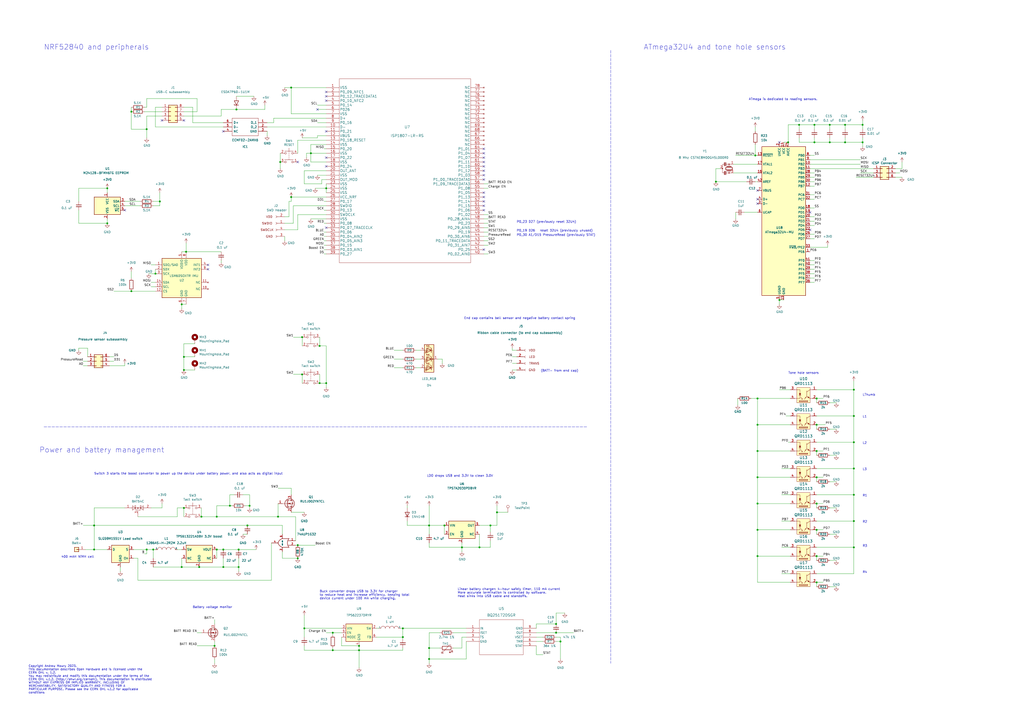
<source format=kicad_sch>
(kicad_sch (version 20211123) (generator eeschema)
  (paper "A2")
  (title_block (title "WARBL2") (date "2024-04-12") (rev "4.8") (company "Mowry Stringed Instruments"))
  (junction (at 129.54 328.93))
  (junction (at 439.42 246.38))
  (junction (at 233.68 364.49))
  (junction (at 125.73 299.72))
  (junction (at 439.42 292.1))
  (junction (at 439.42 276.86))
  (junction (at 473.71 231.14))
  (junction (at 115.57 328.93))
  (junction (at 473.71 261.62))
  (junction (at 473.71 246.38))
  (junction (at 278.13 317.5))
  (junction (at 452.12 173.99))
  (junction (at 193.04 367.03))
  (junction (at 144.78 293.37))
  (junction (at 233.68 369.57))
  (junction (at 76.2 64.77))
  (junction (at 76.2 168.91))
  (junction (at 168.91 50.8))
  (junction (at 116.84 299.72))
  (junction (at 500.38 82.55))
  (junction (at 125.73 318.77))
  (junction (at 495.3 241.3))
  (junction (at 85.09 74.93))
  (junction (at 88.9 318.77))
  (junction (at 137.16 63.5))
  (junction (at 495.3 256.54))
  (junction (at 162.56 93.98))
  (junction (at 193.04 377.19))
  (junction (at 288.29 297.18))
  (junction (at 189.23 222.25))
  (junction (at 495.3 302.26))
  (junction (at 248.92 382.27))
  (junction (at 180.34 88.9))
  (junction (at 463.55 72.39))
  (junction (at 472.44 72.39))
  (junction (at 124.46 374.65))
  (junction (at 439.42 307.34))
  (junction (at 90.17 158.75))
  (junction (at 473.71 322.58))
  (junction (at 138.43 318.77))
  (junction (at 105.41 176.53))
  (junction (at 172.72 323.85))
  (junction (at 473.71 276.86))
  (junction (at 175.26 195.58))
  (junction (at 257.81 304.8))
  (junction (at 490.22 72.39))
  (junction (at 500.38 72.39))
  (junction (at 495.3 271.78))
  (junction (at 490.22 82.55))
  (junction (at 62.23 129.54))
  (junction (at 495.3 226.06))
  (junction (at 54.61 304.8))
  (junction (at 248.92 304.8))
  (junction (at 185.42 200.66))
  (junction (at 457.2 82.55))
  (junction (at 172.72 316.23))
  (junction (at 415.29 105.41))
  (junction (at 481.33 72.39))
  (junction (at 284.48 304.8))
  (junction (at 322.58 361.95))
  (junction (at 143.51 304.8))
  (junction (at 495.3 287.02))
  (junction (at 185.42 222.25))
  (junction (at 248.92 375.92))
  (junction (at 54.61 318.77))
  (junction (at 106.68 214.63))
  (junction (at 106.68 294.64))
  (junction (at 322.58 367.03))
  (junction (at 92.71 116.84))
  (junction (at 161.29 299.72))
  (junction (at 106.68 207.01))
  (junction (at 168.91 114.3))
  (junction (at 439.42 231.14))
  (junction (at 439.42 261.62))
  (junction (at 208.28 377.19))
  (junction (at 107.95 146.05))
  (junction (at 473.71 292.1))
  (junction (at 85.09 318.77))
  (junction (at 267.97 317.5))
  (junction (at 189.23 109.22))
  (junction (at 439.42 322.58))
  (junction (at 481.33 82.55))
  (junction (at 472.44 82.55))
  (junction (at 473.71 337.82))
  (junction (at 473.71 307.34))
  (junction (at 438.15 90.17))
  (junction (at 208.28 374.65))
  (junction (at 176.53 364.49))
  (junction (at 62.23 109.22))
  (junction (at 138.43 328.93))
  (junction (at 325.12 372.11))
  (junction (at 129.54 318.77))
  (junction (at 175.26 217.17))
  (junction (at 495.3 317.5))
  (junction (at 133.35 293.37))
  (junction (at 105.41 328.93))
  (no_connect (at 469.9 133.35))
  (no_connect (at 189.23 96.52))
  (no_connect (at 280.67 114.3))
  (no_connect (at 439.42 118.11))
  (no_connect (at 189.23 53.34))
  (no_connect (at 280.67 86.36))
  (no_connect (at 280.67 93.98))
  (no_connect (at 184.15 63.5))
  (no_connect (at 280.67 121.92))
  (no_connect (at 172.72 93.98))
  (no_connect (at 129.54 76.2))
  (no_connect (at 280.67 88.9))
  (no_connect (at 280.67 104.14))
  (no_connect (at 280.67 99.06))
  (no_connect (at 439.42 110.49))
  (no_connect (at 280.67 91.44))
  (no_connect (at 189.23 55.88))
  (no_connect (at 280.67 119.38))
  (no_connect (at 72.39 121.92))
  (no_connect (at 280.67 96.52))
  (no_connect (at 120.65 156.21))
  (no_connect (at 439.42 115.57))
  (no_connect (at 469.9 123.19))
  (no_connect (at 189.23 58.42))
  (no_connect (at 280.67 144.78))
  (no_connect (at 280.67 101.6))
  (no_connect (at 120.65 153.67))
  (no_connect (at 280.67 111.76))
  (no_connect (at 106.68 69.85))
  (no_connect (at 189.23 76.2))
  (no_connect (at 189.23 91.44))
  (no_connect (at 93.98 69.85))
  (no_connect (at 452.12 82.55))
  (no_connect (at 189.23 132.08))
  (no_connect (at 280.67 116.84))
  (wire (pts (xy 85.09 62.23) (xy 85.09 57.15)))
  (wire (pts (xy 457.2 256.54) (xy 458.47 256.54)))
  (wire (pts (xy 187.96 134.62) (xy 189.23 134.62)))
  (wire (pts (xy 469.9 125.73) (xy 472.44 125.73)))
  (wire (pts (xy 248.92 367.03) (xy 248.92 375.92)))
  (wire (pts (xy 469.9 105.41) (xy 472.44 105.41)))
  (wire (pts (xy 435.61 231.14) (xy 439.42 231.14)))
  (wire (pts (xy 417.83 97.79) (xy 415.29 97.79)))
  (wire (pts (xy 496.57 102.87) (xy 506.73 102.87)))
  (wire (pts (xy 218.44 364.49) (xy 219.71 364.49)))
  (wire (pts (xy 473.71 246.38) (xy 478.79 246.38)))
  (wire (pts (xy 438.15 105.41) (xy 439.42 105.41)))
  (wire (pts (xy 463.55 80.01) (xy 463.55 82.55)))
  (wire (pts (xy 463.55 72.39) (xy 472.44 72.39)))
  (wire (pts (xy 500.38 72.39) (xy 500.38 74.93)))
  (wire (pts (xy 128.27 67.31) (xy 106.68 67.31)))
  (wire (pts (xy 54.61 304.8) (xy 54.61 318.77)))
  (wire (pts (xy 177.8 88.9) (xy 177.8 91.44)))
  (wire (pts (xy 157.48 314.96) (xy 157.48 336.55)))
  (wire (pts (xy 472.44 102.87) (xy 469.9 102.87)))
  (wire (pts (xy 116.84 294.64) (xy 116.84 299.72)))
  (wire (pts (xy 87.63 163.83) (xy 90.17 163.83)))
  (wire (pts (xy 257.81 304.8) (xy 257.81 309.88)))
  (wire (pts (xy 248.92 293.37) (xy 248.92 304.8)))
  (wire (pts (xy 184.15 71.12) (xy 189.23 71.12)))
  (wire (pts (xy 102.87 299.72) (xy 102.87 294.64)))
  (wire (pts (xy 184.15 78.74) (xy 189.23 78.74)))
  (wire (pts (xy 168.91 297.18) (xy 176.53 297.18)))
  (wire (pts (xy 311.15 372.11) (xy 314.96 372.11)))
  (wire (pts (xy 154.94 73.66) (xy 189.23 73.66)))
  (wire (pts (xy 439.42 322.58) (xy 439.42 337.82)))
  (wire (pts (xy 172.72 81.28) (xy 172.72 88.9)))
  (wire (pts (xy 490.22 80.01) (xy 490.22 82.55)))
  (wire (pts (xy 473.71 287.02) (xy 495.3 287.02)))
  (wire (pts (xy 144.78 287.02) (xy 144.78 293.37)))
  (wire (pts (xy 90.17 73.66) (xy 129.54 73.66)))
  (wire (pts (xy 495.3 317.5) (xy 495.3 332.74)))
  (wire (pts (xy 172.72 316.23) (xy 182.88 316.23)))
  (wire (pts (xy 182.88 109.22) (xy 189.23 109.22)))
  (wire (pts (xy 267.97 317.5) (xy 278.13 317.5)))
  (wire (pts (xy 322.58 372.11) (xy 325.12 372.11)))
  (wire (pts (xy 184.15 101.6) (xy 189.23 101.6)))
  (wire (pts (xy 458.47 276.86) (xy 439.42 276.86)))
  (wire (pts (xy 189.23 106.68) (xy 189.23 109.22)))
  (wire (pts (xy 495.3 271.78) (xy 495.3 287.02)))
  (wire (pts (xy 241.3 203.2) (xy 243.84 203.2)))
  (wire (pts (xy 77.47 318.77) (xy 85.09 318.77)))
  (wire (pts (xy 189.23 109.22) (xy 189.23 111.76)))
  (wire (pts (xy 45.72 201.93) (xy 45.72 203.2)))
  (wire (pts (xy 180.34 88.9) (xy 177.8 88.9)))
  (wire (pts (xy 472.44 138.43) (xy 469.9 138.43)))
  (wire (pts (xy 105.41 176.53) (xy 105.41 179.07)))
  (wire (pts (xy 481.33 264.16) (xy 485.14 264.16)))
  (wire (pts (xy 48.26 304.8) (xy 54.61 304.8)))
  (wire (pts (xy 125.73 318.77) (xy 125.73 323.85)))
  (wire (pts (xy 473.71 294.64) (xy 473.71 292.1)))
  (wire (pts (xy 83.82 321.31) (xy 85.09 321.31)))
  (wire (pts (xy 45.72 121.92) (xy 45.72 129.54)))
  (wire (pts (xy 469.9 128.27) (xy 472.44 128.27)))
  (wire (pts (xy 158.75 68.58) (xy 158.75 71.12)))
  (wire (pts (xy 189.23 222.25) (xy 189.23 224.79)))
  (wire (pts (xy 140.97 309.88) (xy 143.51 309.88)))
  (wire (pts (xy 311.15 367.03) (xy 322.58 367.03)))
  (wire (pts (xy 171.45 299.72) (xy 171.45 313.69)))
  (wire (pts (xy 83.82 64.77) (xy 93.98 64.77)))
  (wire (pts (xy 280.67 124.46) (xy 283.21 124.46)))
  (wire (pts (xy 165.1 50.8) (xy 168.91 50.8)))
  (wire (pts (xy 180.34 83.82) (xy 180.34 88.9)))
  (wire (pts (xy 472.44 156.21) (xy 469.9 156.21)))
  (wire (pts (xy 439.42 231.14) (xy 439.42 246.38)))
  (wire (pts (xy 481.33 294.64) (xy 485.14 294.64)))
  (wire (pts (xy 83.82 62.23) (xy 85.09 62.23)))
  (wire (pts (xy 88.9 116.84) (xy 92.71 116.84)))
  (wire (pts (xy 168.91 283.21) (xy 168.91 287.02)))
  (wire (pts (xy 248.92 382.27) (xy 270.51 382.27)))
  (wire (pts (xy 175.26 195.58) (xy 175.26 200.66)))
  (wire (pts (xy 473.71 309.88) (xy 473.71 307.34)))
  (wire (pts (xy 167.64 116.84) (xy 168.91 116.84)))
  (wire (pts (xy 438.15 73.66) (xy 438.15 76.2)))
  (wire (pts (xy 138.43 318.77) (xy 148.59 318.77)))
  (wire (pts (xy 170.18 129.54) (xy 165.1 129.54)))
  (wire (pts (xy 162.56 88.9) (xy 162.56 93.98)))
  (wire (pts (xy 113.03 214.63) (xy 106.68 214.63)))
  (wire (pts (xy 153.67 63.5) (xy 137.16 63.5)))
  (wire (pts (xy 322.58 369.57) (xy 325.12 369.57)))
  (wire (pts (xy 469.9 95.25) (xy 499.11 95.25)))
  (wire (pts (xy 248.92 375.92) (xy 255.27 375.92)))
  (wire (pts (xy 490.22 72.39) (xy 490.22 74.93)))
  (wire (pts (xy 186.69 104.14) (xy 189.23 104.14)))
  (wire (pts (xy 193.04 367.03) (xy 193.04 368.3)))
  (wire (pts (xy 154.94 76.2) (xy 154.94 78.74)))
  (wire (pts (xy 184.15 63.5) (xy 189.23 63.5)))
  (wire (pts (xy 76.2 74.93) (xy 85.09 74.93)))
  (wire (pts (xy 184.15 60.96) (xy 189.23 60.96)))
  (wire (pts (xy 463.55 82.55) (xy 472.44 82.55)))
  (wire (pts (xy 114.3 57.15) (xy 114.3 64.77)))
  (wire (pts (xy 72.39 294.64) (xy 54.61 294.64)))
  (wire (pts (xy 63.5 212.09) (xy 72.39 212.09)))
  (wire (pts (xy 90.17 73.66) (xy 90.17 62.23)))
  (wire (pts (xy 473.71 279.4) (xy 473.71 276.86)))
  (wire (pts (xy 297.18 201.93) (xy 297.18 203.2)))
  (wire (pts (xy 288.29 297.18) (xy 294.64 297.18)))
  (wire (pts (xy 165.1 125.73) (xy 167.64 125.73)))
  (wire (pts (xy 426.72 123.19) (xy 426.72 127)))
  (wire (pts (xy 438.15 83.82) (xy 438.15 90.17)))
  (wire (pts (xy 325.12 382.27) (xy 325.12 372.11)))
  (wire (pts (xy 477.52 276.86) (xy 473.71 276.86)))
  (wire (pts (xy 495.3 241.3) (xy 495.3 256.54)))
  (wire (pts (xy 288.29 304.8) (xy 284.48 304.8)))
  (wire (pts (xy 457.2 82.55) (xy 454.66 82.55)))
  (wire (pts (xy 66.04 168.91) (xy 76.2 168.91)))
  (wire (pts (xy 85.09 67.31) (xy 93.98 67.31)))
  (wire (pts (xy 457.2 82.55) (xy 457.2 72.39)))
  (wire (pts (xy 228.6 208.28) (xy 233.68 208.28)))
  (wire (pts (xy 168.91 50.8) (xy 189.23 50.8)))
  (wire (pts (xy 415.29 97.79) (xy 415.29 105.41)))
  (wire (pts (xy 481.33 82.55) (xy 490.22 82.55)))
  (wire (pts (xy 180.34 127) (xy 189.23 127)))
  (wire (pts (xy 193.04 367.03) (xy 198.12 367.03)))
  (wire (pts (xy 138.43 323.85) (xy 138.43 328.93)))
  (wire (pts (xy 248.92 304.8) (xy 248.92 309.88)))
  (wire (pts (xy 105.41 176.53) (xy 107.95 176.53)))
  (wire (pts (xy 208.28 377.19) (xy 233.68 377.19)))
  (wire (pts (xy 76.2 64.77) (xy 76.2 74.93)))
  (wire (pts (xy 176.53 99.06) (xy 176.53 106.68)))
  (wire (pts (xy 189.23 99.06) (xy 176.53 99.06)))
  (wire (pts (xy 189.23 83.82) (xy 180.34 83.82)))
  (wire (pts (xy 481.33 233.68) (xy 485.14 233.68)))
  (wire (pts (xy 278.13 304.8) (xy 284.48 304.8)))
  (wire (pts (xy 168.91 114.3) (xy 189.23 114.3)))
  (wire (pts (xy 267.97 317.5) (xy 267.97 320.04)))
  (wire (pts (xy 165.1 133.35) (xy 172.72 133.35)))
  (wire (pts (xy 144.78 293.37) (xy 142.24 293.37)))
  (wire (pts (xy 87.63 294.64) (xy 93.98 294.64)))
  (wire (pts (xy 62.23 109.22) (xy 45.72 109.22)))
  (wire (pts (xy 473.71 231.14) (xy 473.71 233.68)))
  (wire (pts (xy 124.46 372.11) (xy 124.46 374.65)))
  (wire (pts (xy 168.91 66.04) (xy 189.23 66.04)))
  (wire (pts (xy 254 208.28) (xy 256.54 208.28)))
  (wire (pts (xy 280.67 127) (xy 283.21 127)))
  (wire (pts (xy 439.42 231.14) (xy 458.47 231.14)))
  (wire (pts (xy 163.83 323.85) (xy 172.72 323.85)))
  (wire (pts (xy 495.3 287.02) (xy 495.3 302.26)))
  (wire (pts (xy 327.66 355.6) (xy 322.58 355.6)))
  (wire (pts (xy 113.03 199.39) (xy 106.68 199.39)))
  (wire (pts (xy 452.12 176.53) (xy 452.12 173.99)))
  (wire (pts (xy 270.51 372.11) (xy 270.51 382.27)))
  (wire (pts (xy 472.44 82.55) (xy 481.33 82.55)))
  (wire (pts (xy 455.93 241.3) (xy 458.47 241.3)))
  (wire (pts (xy 189.23 367.03) (xy 193.04 367.03)))
  (wire (pts (xy 439.42 246.38) (xy 439.42 261.62)))
  (wire (pts (xy 477.52 307.34) (xy 473.71 307.34)))
  (wire (pts (xy 176.53 364.49) (xy 176.53 369.57)))
  (wire (pts (xy 311.15 364.49) (xy 311.15 361.95)))
  (polyline (pts (xy 354.33 29.21) (xy 354.33 384.81)))
  (wire (pts (xy 185.42 217.17) (xy 185.42 222.25)))
  (wire (pts (xy 198.12 374.65) (xy 208.28 374.65)))
  (wire (pts (xy 453.39 302.26) (xy 458.47 302.26)))
  (wire (pts (xy 473.71 302.26) (xy 495.3 302.26)))
  (wire (pts (xy 180.34 88.9) (xy 189.23 88.9)))
  (wire (pts (xy 458.47 246.38) (xy 439.42 246.38)))
  (wire (pts (xy 92.71 111.76) (xy 92.71 116.84)))
  (wire (pts (xy 125.73 299.72) (xy 161.29 299.72)))
  (wire (pts (xy 144.78 293.37) (xy 144.78 294.64)))
  (wire (pts (xy 280.67 137.16) (xy 283.21 137.16)))
  (wire (pts (xy 187.96 116.84) (xy 189.23 116.84)))
  (wire (pts (xy 172.72 124.46) (xy 189.23 124.46)))
  (wire (pts (xy 80.01 336.55) (xy 157.48 336.55)))
  (wire (pts (xy 128.27 63.5) (xy 137.16 63.5)))
  (wire (pts (xy 85.09 321.31) (xy 85.09 318.77)))
  (wire (pts (xy 129.54 328.93) (xy 138.43 328.93)))
  (wire (pts (xy 85.09 318.77) (xy 88.9 318.77)))
  (wire (pts (xy 311.15 379.73) (xy 314.96 379.73)))
  (wire (pts (xy 87.63 153.67) (xy 90.17 153.67)))
  (wire (pts (xy 62.23 109.22) (xy 62.23 111.76)))
  (wire (pts (xy 458.47 307.34) (xy 439.42 307.34)))
  (wire (pts (xy 45.72 201.93) (xy 50.8 201.93)))
  (wire (pts (xy 469.9 115.57) (xy 472.44 115.57)))
  (wire (pts (xy 233.68 364.49) (xy 270.51 364.49)))
  (wire (pts (xy 193.04 377.19) (xy 208.28 377.19)))
  (wire (pts (xy 115.57 328.93) (xy 129.54 328.93)))
  (wire (pts (xy 93.98 292.1) (xy 93.98 294.64)))
  (wire (pts (xy 187.96 137.16) (xy 189.23 137.16)))
  (wire (pts (xy 111.76 71.12) (xy 111.76 62.23)))
  (wire (pts (xy 176.53 106.68) (xy 186.69 106.68)))
  (wire (pts (xy 105.41 146.05) (xy 107.95 146.05)))
  (wire (pts (xy 280.67 139.7) (xy 283.21 139.7)))
  (wire (pts (xy 256.54 208.28) (xy 256.54 210.82)))
  (wire (pts (xy 88.9 119.38) (xy 92.71 119.38)))
  (wire (pts (xy 500.38 82.55) (xy 500.38 85.09)))
  (wire (pts (xy 129.54 323.85) (xy 129.54 328.93)))
  (polyline (pts (xy 340.36 247.65) (xy 25.4 247.65)))
  (wire (pts (xy 280.67 134.62) (xy 283.21 134.62)))
  (wire (pts (xy 54.61 294.64) (xy 54.61 304.8)))
  (wire (pts (xy 490.22 82.55) (xy 500.38 82.55)))
  (wire (pts (xy 90.17 156.21) (xy 90.17 158.75)))
  (wire (pts (xy 92.71 119.38) (xy 92.71 116.84)))
  (wire (pts (xy 161.29 292.1) (xy 161.29 299.72)))
  (wire (pts (xy 473.71 264.16) (xy 473.71 261.62)))
  (wire (pts (xy 248.92 304.8) (xy 257.81 304.8)))
  (wire (pts (xy 187.96 142.24) (xy 189.23 142.24)))
  (wire (pts (xy 288.29 297.18) (xy 288.29 304.8)))
  (wire (pts (xy 236.22 293.37) (xy 236.22 294.64)))
  (wire (pts (xy 72.39 116.84) (xy 81.28 116.84)))
  (wire (pts (xy 262.89 375.92) (xy 267.97 375.92)))
  (wire (pts (xy 158.75 68.58) (xy 189.23 68.58)))
  (wire (pts (xy 481.33 80.01) (xy 481.33 82.55)))
  (wire (pts (xy 280.67 129.54) (xy 283.21 129.54)))
  (wire (pts (xy 280.67 147.32) (xy 283.21 147.32)))
  (wire (pts (xy 248.92 382.27) (xy 248.92 384.81)))
  (wire (pts (xy 176.53 356.87) (xy 176.53 364.49)))
  (wire (pts (xy 248.92 375.92) (xy 248.92 382.27)))
  (wire (pts (xy 168.91 66.04) (xy 168.91 50.8)))
  (wire (pts (xy 102.87 294.64) (xy 106.68 294.64)))
  (wire (pts (xy 453.39 332.74) (xy 458.47 332.74)))
  (wire (pts (xy 438.15 90.17) (xy 439.42 90.17)))
  (wire (pts (xy 86.36 158.75) (xy 90.17 158.75)))
  (wire (pts (xy 322.58 367.03) (xy 332.74 367.03)))
  (wire (pts (xy 233.68 369.57) (xy 233.68 370.84)))
  (wire (pts (xy 280.67 109.22) (xy 283.21 109.22)))
  (wire (pts (xy 171.45 316.23) (xy 172.72 316.23)))
  (wire (pts (xy 452.12 226.06) (xy 458.47 226.06)))
  (wire (pts (xy 472.44 72.39) (xy 481.33 72.39)))
  (wire (pts (xy 469.9 100.33) (xy 472.44 100.33)))
  (wire (pts (xy 463.55 74.93) (xy 463.55 72.39)))
  (wire (pts (xy 107.95 146.05) (xy 128.27 146.05)))
  (wire (pts (xy 124.46 359.41) (xy 124.46 361.95)))
  (wire (pts (xy 425.45 95.25) (xy 439.42 95.25)))
  (wire (pts (xy 241.3 208.28) (xy 243.84 208.28)))
  (wire (pts (xy 469.9 158.75) (xy 472.44 158.75)))
  (wire (pts (xy 473.71 248.92) (xy 473.71 246.38)))
  (wire (pts (xy 114.3 64.77) (xy 106.68 64.77)))
  (wire (pts (xy 473.71 340.36) (xy 473.71 337.82)))
  (wire (pts (xy 187.96 139.7) (xy 189.23 139.7)))
  (wire (pts (xy 170.18 217.17) (xy 175.26 217.17)))
  (wire (pts (xy 189.23 93.98) (xy 180.34 93.98)))
  (wire (pts (xy 102.87 318.77) (xy 105.41 318.77)))
  (wire (pts (xy 85.09 67.31) (xy 85.09 74.93)))
  (wire (pts (xy 80.01 323.85) (xy 77.47 323.85)))
  (wire (pts (xy 481.33 340.36) (xy 485.14 340.36)))
  (wire (pts (xy 473.71 241.3) (xy 495.3 241.3)))
  (wire (pts (xy 523.24 93.98) (xy 523.24 97.79)))
  (wire (pts (xy 262.89 367.03) (xy 270.51 367.03)))
  (wire (pts (xy 519.43 102.87) (xy 523.24 102.87)))
  (wire (pts (xy 472.44 161.29) (xy 469.9 161.29)))
  (wire (pts (xy 163.83 309.88) (xy 163.83 304.8)))
  (wire (pts (xy 457.2 72.39) (xy 463.55 72.39)))
  (wire (pts (xy 469.9 163.83) (xy 472.44 163.83)))
  (wire (pts (xy 50.8 201.93) (xy 50.8 207.01)))
  (wire (pts (xy 76.2 62.23) (xy 76.2 64.77)))
  (wire (pts (xy 158.75 71.12) (xy 154.94 71.12)))
  (wire (pts (xy 161.29 299.72) (xy 171.45 299.72)))
  (wire (pts (xy 69.85 328.93) (xy 69.85 331.47)))
  (wire (pts (xy 76.2 157.48) (xy 76.2 161.29)))
  (wire (pts (xy 116.84 299.72) (xy 125.73 299.72)))
  (wire (pts (xy 90.17 318.77) (xy 88.9 318.77)))
  (wire (pts (xy 495.3 226.06) (xy 495.3 241.3)))
  (wire (pts (xy 297.18 210.82) (xy 299.72 210.82)))
  (wire (pts (xy 49.53 318.77) (xy 54.61 318.77)))
  (wire (pts (xy 500.38 80.01) (xy 500.38 82.55)))
  (wire (pts (xy 280.67 132.08) (xy 283.21 132.08)))
  (wire (pts (xy 63.5 209.55) (xy 66.04 209.55)))
  (wire (pts (xy 228.6 203.2) (xy 233.68 203.2)))
  (wire (pts (xy 184.15 80.01) (xy 184.15 78.74)))
  (wire (pts (xy 88.9 318.77) (xy 88.9 323.85)))
  (wire (pts (xy 299.72 203.2) (xy 297.18 203.2)))
  (wire (pts (xy 284.48 304.8) (xy 284.48 308.61)))
  (wire (pts (xy 170.18 119.38) (xy 189.23 119.38)))
  (wire (pts (xy 248.92 317.5) (xy 267.97 317.5)))
  (wire (pts (xy 187.96 121.92) (xy 189.23 121.92)))
  (wire (pts (xy 233.68 377.19) (xy 233.68 375.92)))
  (wire (pts (xy 453.39 317.5) (xy 458.47 317.5)))
  (wire (pts (xy 80.01 323.85) (xy 80.01 336.55)))
  (wire (pts (xy 236.22 304.8) (xy 248.92 304.8)))
  (wire (pts (xy 311.15 369.57) (xy 314.96 369.57)))
  (wire (pts (xy 439.42 307.34) (xy 439.42 322.58)))
  (wire (pts (xy 106.68 214.63) (xy 106.68 207.01)))
  (wire (pts (xy 106.68 294.64) (xy 106.68 299.72)))
  (wire (pts (xy 469.9 120.65) (xy 472.44 120.65)))
  (wire (pts (xy 278.13 317.5) (xy 284.48 317.5)))
  (wire (pts (xy 48.26 209.55) (xy 50.8 209.55)))
  (wire (pts (xy 128.27 63.5) (xy 128.27 67.31)))
  (wire (pts (xy 495.3 332.74) (xy 473.71 332.74)))
  (wire (pts (xy 425.45 100.33) (xy 439.42 100.33)))
  (wire (pts (xy 168.91 114.3) (xy 168.91 116.84)))
  (wire (pts (xy 208.28 374.65) (xy 208.28 377.19)))
  (wire (pts (xy 481.33 74.93) (xy 481.33 72.39)))
  (wire (pts (xy 297.18 207.01) (xy 299.72 207.01)))
  (wire (pts (xy 111.76 62.23) (xy 106.68 62.23)))
  (wire (pts (xy 248.92 314.96) (xy 248.92 317.5)))
  (wire (pts (xy 138.43 328.93) (xy 138.43 331.47)))
  (wire (pts (xy 48.26 212.09) (xy 50.8 212.09)))
  (wire (pts (xy 469.9 143.51) (xy 480.06 143.51)))
  (wire (pts (xy 472.44 107.95) (xy 469.9 107.95)))
  (wire (pts (xy 439.42 337.82) (xy 458.47 337.82)))
  (wire (pts (xy 472.44 80.01) (xy 472.44 82.55)))
  (wire (pts (xy 469.9 97.79) (xy 506.73 97.79)))
  (wire (pts (xy 187.96 129.54) (xy 189.23 129.54)))
  (wire (pts (xy 490.22 72.39) (xy 500.38 72.39)))
  (wire (pts (xy 80.01 299.72) (xy 102.87 299.72)))
  (wire (pts (xy 472.44 72.39) (xy 472.44 74.93)))
  (wire (pts (xy 54.61 318.77) (xy 62.23 318.77)))
  (wire (pts (xy 76.2 168.91) (xy 90.17 168.91)))
  (wire (pts (xy 143.51 304.8) (xy 163.83 304.8)))
  (wire (pts (xy 128.27 151.13) (xy 128.27 152.4)))
  (wire (pts (xy 469.9 92.71) (xy 499.11 92.71)))
  (wire (pts (xy 469.9 153.67) (xy 472.44 153.67)))
  (wire (pts (xy 85.09 57.15) (xy 114.3 57.15)))
  (wire (pts (xy 458.47 271.78) (xy 453.39 271.78)))
  (wire (pts (xy 176.53 364.49) (xy 198.12 364.49)))
  (wire (pts (xy 267.97 369.57) (xy 270.51 369.57)))
  (wire (pts (xy 45.72 109.22) (xy 45.72 116.84)))
  (wire (pts (xy 180.34 93.98) (xy 180.34 88.9)))
  (wire (pts (xy 125.73 318.77) (xy 129.54 318.77)))
  (wire (pts (xy 111.76 71.12) (xy 129.54 71.12)))
  (wire (pts (xy 519.43 97.79) (xy 523.24 97.79)))
  (wire (pts (xy 280.67 106.68) (xy 283.21 106.68)))
  (wire (pts (xy 218.44 369.57) (xy 233.68 369.57)))
  (wire (pts (xy 469.9 113.03) (xy 472.44 113.03)))
  (wire (pts (xy 170.18 119.38) (xy 170.18 129.54)))
  (wire (pts (xy 62.23 129.54) (xy 62.23 127)))
  (wire (pts (xy 137.16 55.88) (xy 147.32 55.88)))
  (wire (pts (xy 85.09 74.93) (xy 85.09 80.01)))
  (wire (pts (xy 186.69 106.68) (xy 186.69 104.14)))
  (wire (pts (xy 129.54 318.77) (xy 138.43 318.77)))
  (wire (pts (xy 427.99 231.14) (xy 427.99 234.95)))
  (wire (pts (xy 176.53 377.19) (xy 193.04 377.19)))
  (wire (pts (xy 439.42 276.86) (xy 439.42 292.1)))
  (wire (pts (xy 133.35 293.37) (xy 134.62 293.37)))
  (wire (pts (xy 125.73 293.37) (xy 133.35 293.37)))
  (wire (pts (xy 506.73 100.33) (xy 499.11 100.33)))
  (wire (pts (xy 469.9 90.17) (xy 472.44 90.17)))
  (wire (pts (xy 241.3 213.36) (xy 243.84 213.36)))
  (wire (pts (xy 481.33 248.92) (xy 485.14 248.92)))
  (wire (pts (xy 458.47 292.1) (xy 439.42 292.1)))
  (wire (pts (xy 472.44 130.81) (xy 469.9 130.81)))
  (wire (pts (xy 469.9 135.89) (xy 472.44 135.89)))
  (wire (pts (xy 495.3 256.54) (xy 495.3 271.78)))
  (wire (pts (xy 114.3 367.03) (xy 116.84 367.03)))
  (wire (pts (xy 90.17 62.23) (xy 93.98 62.23)))
  (wire (pts (xy 163.83 320.04) (xy 163.83 323.85)))
  (wire (pts (xy 236.22 302.26) (xy 236.22 304.8)))
  (wire (pts (xy 187.96 86.36) (xy 189.23 86.36)))
  (wire (pts (xy 481.33 72.39) (xy 490.22 72.39)))
  (wire (pts (xy 477.52 292.1) (xy 473.71 292.1)))
  (wire (pts (xy 325.12 369.57) (xy 325.12 372.11)))
  (wire (pts (xy 189.23 81.28) (xy 172.72 81.28)))
  (wire (pts (xy 175.26 217.17) (xy 175.26 222.25)))
  (wire (pts (xy 480.06 142.24) (xy 480.06 143.51)))
  (wire (pts (xy 288.29 293.37) (xy 288.29 297.18)))
  (wire (pts (xy 473.71 271.78) (xy 495.3 271.78)))
  (wire (pts (xy 72.39 119.38) (xy 81.28 119.38)))
  (wire (pts (xy 185.42 200.66) (xy 189.23 200.66)))
  (wire (pts (xy 170.18 195.58) (xy 175.26 195.58)))
  (wire (pts (xy 311.15 361.95) (xy 322.58 361.95)))
  (wire (pts (xy 187.96 147.32) (xy 189.23 147.32)))
  (wire (pts (xy 481.33 279.4) (xy 485.14 279.4)))
  (wire (pts (xy 107.95 140.97) (xy 107.95 146.05)))
  (wire (pts (xy 481.33 325.12) (xy 485.14 325.12)))
  (wire (pts (xy 299.72 214.63) (xy 297.18 214.63)))
  (wire (pts (xy 198.12 369.57) (xy 198.12 374.65)))
  (wire (pts (xy 439.42 292.1) (xy 439.42 307.34)))
  (wire (pts (xy 189.23 200.66) (xy 189.23 222.25)))
  (wire (pts (xy 233.68 364.49) (xy 233.68 369.57)))
  (wire (pts (xy 228.6 213.36) (xy 233.68 213.36)))
  (wire (pts (xy 472.44 151.13) (xy 469.9 151.13)))
  (wire (pts (xy 458.47 261.62) (xy 439.42 261.62)))
  (wire (pts (xy 473.71 256.54) (xy 495.3 256.54)))
  (wire (pts (xy 176.53 374.65) (xy 176.53 377.19)))
  (wire (pts (xy 162.56 93.98) (xy 162.56 97.79)))
  (wire (pts (xy 232.41 364.49) (xy 233.68 364.49)))
  (wire (pts (xy 124.46 382.27) (xy 124.46 384.81)))
  (wire (pts (xy 87.63 166.37) (xy 90.17 166.37)))
  (wire (pts (xy 278.13 309.88) (xy 278.13 317.5)))
  (wire (pts (xy 311.15 374.65) (xy 311.15 379.73)))
  (wire (pts (xy 105.41 328.93) (xy 115.57 328.93)))
  (wire (pts (xy 63.5 207.01) (xy 66.04 207.01)))
  (wire (pts (xy 431.8 123.19) (xy 439.42 123.19)))
  (wire (pts (xy 452.12 173.99) (xy 454.66 173.99)))
  (wire (pts (xy 167.64 125.73) (xy 167.64 116.84)))
  (wire (pts (xy 72.39 210.82) (xy 72.39 212.09)))
  (wire (pts (xy 54.61 304.8) (xy 143.51 304.8)))
  (wire (pts (xy 426.72 90.17) (xy 438.15 90.17)))
  (wire (pts (xy 500.38 69.85) (xy 500.38 72.39)))
  (wire (pts (xy 473.71 325.12) (xy 473.71 322.58)))
  (wire (pts (xy 415.29 105.41) (xy 433.07 105.41)))
  (wire (pts (xy 114.3 374.65) (xy 124.46 374.65)))
  (wire (pts (xy 187.96 144.78) (xy 189.23 144.78)))
  (wire (pts (xy 125.73 293.37) (xy 125.73 299.72)))
  (wire (pts (xy 255.27 367.03) (xy 248.92 367.03)))
  (wire (pts (xy 185.42 195.58) (xy 185.42 200.66)))
  (wire (pts (xy 284.48 317.5) (xy 284.48 313.69)))
  (wire (pts (xy 45.72 129.54) (xy 62.23 129.54)))
  (wire (pts (xy 473.71 317.5) (xy 495.3 317.5)))
  (wire (pts (xy 161.29 283.21) (xy 168.91 283.21)))
  (wire (pts (xy 193.04 375.92) (xy 193.04 377.19)))
  (wire (pts (xy 439.42 261.62) (xy 439.42 276.86)))
  (wire (pts (xy 172.72 133.35) (xy 172.72 124.46)))
  (wire (pts (xy 495.3 302.26) (xy 495.3 317.5)))
  (wire (pts (xy 140.97 287.02) (xy 144.78 287.02)))
  (wire (pts (xy 322.58 355.6) (xy 322.58 361.95)))
  (wire (pts (xy 133.35 287.02) (xy 133.35 293.37)))
  (wire (pts (xy 153.67 60.96) (xy 153.67 63.5)))
  (wire (pts (xy 113.03 207.01) (xy 106.68 207.01)))
  (wire (pts (xy 185.42 222.25) (xy 189.23 222.25)))
  (wire (pts (xy 458.47 322.58) (xy 439.42 322.58)))
  (wire (pts (xy 106.68 199.39) (xy 106.68 207.01)))
  (wire (pts (xy 267.97 375.92) (xy 267.97 369.57)))
  (wire (pts (xy 477.52 337.82) (xy 473.71 337.82)))
  (wire (pts (xy 458.47 287.02) (xy 453.39 287.02)))
  (wire (pts (xy 105.41 323.85) (xy 105.41 328.93)))
  (wire (pts (xy 481.33 309.88) (xy 485.14 309.88)))
  (wire (pts (xy 473.71 261.62) (xy 477.52 261.62)))
  (wire (pts (xy 519.43 100.33) (xy 521.97 100.33)))
  (wire (pts (xy 208.28 377.19) (xy 208.28 387.35)))
  (wire (pts (xy 135.89 287.02) (xy 133.35 287.02)))
  (wire (pts (xy 267.97 314.96) (xy 267.97 317.5)))
  (wire (pts (xy 495.3 220.98) (xy 495.3 226.06)))
  (wire (pts (xy 175.26 80.01) (xy 184.15 80.01)))
  (wire (pts (xy 473.71 226.06) (xy 495.3 226.06)))
  (wire (pts (xy 280.67 142.24) (xy 283.21 142.24)))
  (wire (pts (xy 88.9 328.93) (xy 105.41 328.93)))
  (wire (pts (xy 165.1 139.7) (xy 165.1 137.16)))
  (wire (pts (xy 477.52 231.14) (xy 473.71 231.14)))
  (wire (pts (xy 477.52 322.58) (xy 473.71 322.58)))
  (text "R1" (at 500.38 288.29 0) (effects (font (size 1.27 1.27)) (justify left bottom)))
  (text "Battery voltage monitor" (at 111.76 353.06 0) (effects (font (size 1.27 1.27)) (justify left bottom)))
  (text "Switch 3 starts the boost converter to power up the device under battery power, and also acts as digital input" (at 54.61 275.59 0) (effects (font (size 1.27 1.27)) (justify left bottom)))
  (text "400 mAH NiMH cell" (at 35.56 323.85 0) (effects (font (size 1.27 1.27)) (justify left bottom)))
  (text "Power and battery management" (at 22.86 262.89 0) (effects (font (size 3 3)) (justify left bottom)))
  (text "R3" (at 500.38 317.5 0) (effects (font (size 1.27 1.27)) (justify left bottom)))
  (text "R4" (at 500.38 332.74 0) (effects (font (size 1.27 1.27)) (justify left bottom)))
  (text "P0_23 D27 (previously reset 32U4)" (at 299.72 129.54 0) (effects (font (size 1.27 1.27)) (justify left bottom)))
  (text "L2" (at 500.38 257.81 0) (effects (font (size 1.27 1.27)) (justify left bottom)))
  (text "Copyright Andrew Mowry 2023.\nThis documentation describes Open Hardware and is licensed under the\nCERN OHL v. 1.2.\nYou may redistribute and modify this documentation under the terms of the\nCERN OHL v.1.2. (http://ohwr.org/cernohl). This documentation is distributed\nWITHOUT ANY EXPRESS OR IMPLIED WARRANTY, INCLUDING OF\nMERCHANTABILITY, SATISFACTORY QUALITY AND FITNESS FOR A\nPARTICULAR PURPOSE. Please see the CERN OHL v.1.2 for applicable\nconditions\n" (at 16.51 402.59 0) (effects (font (size 1.1938 1.1938)) (justify left bottom)))
  (text "(BATT- from end cap)" (at 313.69 215.9 0) (effects (font (size 1.27 1.27)) (justify left bottom)))
  (text "End cap contains bell sensor and negative battery contact spring" (at 269.24 185.42 0) (effects (font (size 1.27 1.27)) (justify left bottom)))
  (text "LDO drops USB and 3.3V to clean 3.0V" (at 247.65 276.86 0) (effects (font (size 1.27 1.27)) (justify left bottom)))
  (text "Buck converter drops USB to 3.3V for charger\nto reduce heat and increase efficiency, keeping total\ndevice current under 100 mA while charging." (at 185.42 347.98 0) (effects (font (size 1.27 1.27)) (justify left bottom)))
  (text "P0_19 D26   reset 32U4 (previously unused)" (at 299.72 134.62 0) (effects (font (size 1.27 1.27)) (justify left bottom)))
  (text "ATmega32U4 and tone hole sensors" (at 373.38 29.21 0) (effects (font (size 3 3)) (justify left bottom)))
  (text "Linear battery charger: 4-hour safety timer, 110 mA current\nMore accurate termination is controlled by software.\nHeat sinks into USB cable and standoffs." (at 265.43 346.71 0) (effects (font (size 1.27 1.27)) (justify left bottom)))
  (text "P0_30 A1/D15 PressureRead (previously STAT)" (at 299.72 137.16 0) (effects (font (size 1.27 1.27)) (justify left bottom)))
  (text "L1" (at 500.38 242.57 0) (effects (font (size 1.27 1.27)) (justify left bottom)))
  (text "NRF52840 and peripherals" (at 25.4 29.21 0) (effects (font (size 3 3)) (justify left bottom)))
  (text "Tone hole sensors" (at 457.2 217.17 0) (effects (font (size 1.27 1.27)) (justify left bottom)))
  (text "ATmega is dedicated to reading sensors." (at 434.34 58.42 0) (effects (font (size 1.27 1.27)) (justify left bottom)))
  (text "LThumb" (at 500.38 229.87 0) (effects (font (size 1.27 1.27)) (justify left bottom)))
  (text "L3" (at 500.38 273.05 0) (effects (font (size 1.27 1.27)) (justify left bottom)))
  (text "R2" (at 500.38 303.53 0) (effects (font (size 1.27 1.27)) (justify left bottom)))
  (label "D5" (at 66.04 207.01 0))
  (label "RED" (at 228.6 213.36 180))
  (label "PC7" (at 453.39 332.74 0))
  (label "PB6" (at 472.44 105.41 0))
  (label "SCK" (at 87.63 166.37 180))
  (label "PB7" (at 453.39 302.26 0))
  (label "PD2" (at 453.39 287.02 0))
  (label "SW2" (at 283.21 142.24 0))
  (label "B" (at 83.82 321.31 180))
  (label "PressureRead" (at 283.21 137.16 0))
  (label "PF6" (at 472.44 161.29 0))
  (label "PC6" (at 453.39 317.5 0))
  (label "MISO" (at 187.96 86.36 180))
  (label "PD6" (at 472.44 135.89 0))
  (label "BLUE" (at 228.6 203.2 180))
  (label "STAT" (at 283.21 129.54 0))
  (label "PD7" (at 472.44 138.43 0))
  (label "SCK" (at 187.96 121.92 180))
  (label "PB4" (at 477.52 322.58 0))
  (label "SW2" (at 170.18 217.17 180))
  (label "PE6" (at 469.9 146.05 0))
  (label "Boost EN" (at 182.88 316.23 0))
  (label "PD4" (at 472.44 130.81 0))
  (label "PF6" (at 477.52 231.14 0))
  (label "PF7" (at 472.44 163.83 0))
  (label "SS" (at 472.44 90.17 0))
  (label "SS2" (at 283.21 139.7 0))
  (label "MOSI" (at 87.63 163.83 180))
  (label "SW3" (at 161.29 283.21 180))
  (label "PF4" (at 472.44 156.21 0))
  (label "PB7" (at 472.44 107.95 0))
  (label "PB6" (at 452.12 226.06 0))
  (label "PF0" (at 457.2 256.54 180))
  (label "PD2" (at 472.44 125.73 0))
  (label "SDA" (at 184.15 71.12 180))
  (label "PF4" (at 455.93 241.3 180))
  (label "BATT+" (at 48.26 304.8 180))
  (label "BATT READ EN" (at 283.21 106.68 0))
  (label "SW1" (at 283.21 132.08 0))
  (label "SCL" (at 78.74 119.38 180))
  (label "PB4" (at 472.44 100.33 0))
  (label "RESET32U4" (at 496.57 102.87 0))
  (label "PF1" (at 477.52 261.62 0))
  (label "D5" (at 187.96 147.32 180))
  (label "PD3" (at 472.44 128.27 0))
  (label "PD4" (at 477.52 276.86 0))
  (label "BATT+" (at 332.74 367.03 0))
  (label "SS2" (at 66.04 168.91 180))
  (label "PC7" (at 472.44 115.57 0))
  (label "PD6" (at 477.52 292.1 0))
  (label "SCL" (at 184.15 60.96 180))
  (label "BATT READ" (at 114.3 374.65 180))
  (label "RED" (at 187.96 129.54 180))
  (label "PF5" (at 472.44 158.75 0))
  (label "PF1" (at 472.44 153.67 0))
  (label "RESET32U4" (at 426.72 90.17 0))
  (label "MOSI" (at 521.97 100.33 0))
  (label "Charge EN" (at 283.21 109.22 0))
  (label "GREEN" (at 228.6 208.28 180))
  (label "SS" (at 283.21 124.46 0))
  (label "PC6" (at 472.44 113.03 0))
  (label "BLUE" (at 187.96 134.62 180))
  (label "BATT+" (at 124.46 359.41 180))
  (label "RESET32U4" (at 283.21 134.62 0))
  (label "BATT READ EN" (at 114.3 367.03 180))
  (label "Boost EN" (at 187.96 144.78 180))
  (label "PB5" (at 477.52 337.82 0))
  (label "PF0" (at 472.44 151.13 0))
  (label "BATT READ" (at 283.21 127 0))
  (label "MISO" (at 499.11 97.79 0))
  (label "D31" (at 187.96 116.84 180))
  (label "PF5" (at 478.79 246.38 0))
  (label "D31" (at 66.04 209.55 0))
  (label "PF7" (at 297.18 210.82 180))
  (label "SCK" (at 499.11 100.33 0))
  (label "SW1" (at 170.18 195.58 180))
  (label "GREEN" (at 187.96 139.7 180))
  (label "A0" (at 187.96 137.16 180))
  (label "Charge EN" (at 189.23 367.03 180))
  (label "PressureRead" (at 48.26 209.55 180))
  (label "SW3" (at 283.21 147.32 0))
  (label "PB5" (at 472.44 102.87 0))
  (label "SDA" (at 74.93 116.84 0))
  (label "PD7" (at 477.52 307.34 0))
  (label "MISO" (at 87.63 153.67 180))
  (label "A0" (at 48.26 212.09 180))
  (label "SCK" (at 499.11 92.71 0))
  (label "STAT" (at 314.96 379.73 0))
  (label "MOSI" (at 499.11 95.25 0))
  (label "PD3" (at 453.39 271.78 0))
  (label "SS" (at 472.44 120.65 0))
  (label "PE6" (at 297.18 207.01 180))
  (label "MOSI" (at 187.96 142.24 180))
  (symbol (lib_id "Device:R") (at 477.52 325.12 270) (unit 1)
    (property "Reference" "R21" (at 477.52 325.12 90))
    (property "Value" "2k" (at 477.52 327.66 90))
    (property "Footprint" "Resistor_SMD:R_0603_1608Metric" (effects hide))
    (property "Manufacturer" "Panasonic" (effects hide))
    (property "Mfg Part #" "ERJ-3GEYJ202V" (effects hide))
    (property "Package" "0603" (effects hide))
    (property "Digi-Key_PN" "P2.0KGTR-ND" (effects hide))
    (property "LCSC Part" "C22975" (effects hide))
  )
  (symbol (lib_id "power:GND") (at 523.24 102.87 0) (unit 1)
    (property "Reference" "#PWR058" (effects hide))
    (property "Value" "GND" (at 528.32 104.14 0))
  )
  (symbol (lib_id "Connector_Generic:Conn_02x04_Counter_Clockwise") (at 99.06 64.77 0) (unit 1)
    (property "Reference" "J1" (at 100.33 50.8 0))
    (property "Value" "USB-C subassembly" (at 100.33 53.34 0))
    (property "Footprint" "Connector_PinHeader_2.54mm:PinHeader_2x04_P2.54mm_Vertical" (effects hide))
    (property "Instructions" "Do not include in assembly." (effects hide))
    (property "JLCPCB BOM" "0" (effects hide))
  )
  (symbol (lib_id "power:+3V0") (at 93.98 292.1 0) (unit 1)
    (property "Reference" "#PWR017" (effects hide))
    (property "Value" "+3V0" (at 93.98 287.02 0))
  )
  (symbol (lib_id "power:GND") (at 256.54 210.82 0) (unit 1)
    (property "Reference" "#PWR040" (effects hide))
    (property "Value" "GND" (at 261.62 212.09 0))
  )
  (symbol (lib_id "power:+3V0") (at 438.15 73.66 0) (unit 1)
    (property "Reference" "#PWR056" (effects hide))
    (property "Value" "+3V0" (at 438.15 68.58 0))
  )
  (symbol (lib_id "Device:R") (at 237.49 208.28 90) (unit 1)
    (property "Reference" "R10" (at 237.49 208.28 90))
    (property "Value" "470" (at 237.49 210.82 90))
    (property "Footprint" "Resistor_SMD:R_0603_1608Metric" (effects hide))
    (property "Manufacturer" "Panasonic" (effects hide))
    (property "Mfg Part #" "ERJ-3GEYJ471V" (effects hide))
    (property "Package" "0603" (effects hide))
    (property "Digi-Key_PN" "P470GTR-ND" (effects hide))
    (property "LCSC Part" "C23179" (effects hide))
  )
  (symbol (lib_id "power:GND") (at 62.23 129.54 0) (unit 1)
    (property "Reference" "#PWR01" (effects hide))
    (property "Value" "GND" (at 62.23 134.62 0))
  )
  (symbol (lib_id "power:+3V0") (at 480.06 142.24 0) (unit 1)
    (property "Reference" "#PWR057" (effects hide))
    (property "Value" "+3V0" (at 480.06 137.16 0))
  )
  (symbol (lib_id "power:+3V0") (at 523.24 93.98 0) (unit 1)
    (property "Reference" "#PWR063" (effects hide))
    (property "Value" "+3V0" (at 523.24 88.9 0))
  )
  (symbol (lib_id "Memory_EEPROM:M24C01-FMN") (at 62.23 119.38 0) (unit 1)
    (property "Reference" "U1" (at 60.96 97.79 0) (effects (justify left)))
    (property "Value" "M24128-BFMH6TG EEPROM" (at 48.26 100.33 0) (effects (justify left)))
    (property "Footprint" "WARBL_footprints:UFDFPN5_1P7X1P4_STM" (effects hide))
    (property "Digi-Key_PN" "497-17565-2-ND" (effects hide))
    (property "Mfg Part #" "M24128-BFMH6TG" (effects hide))
    (property "Manufacturer" "ST Microelectronics" (effects hide))
    (property "Package" "UFDFPN" (effects hide))
    (property "LCSC Part" "C222091" (effects hide))
  )
  (symbol (lib_id "Device:C_Small") (at 233.68 373.38 180) (unit 1)
    (property "Reference" "C1" (at 229.87 372.11 0) (effects (justify left)))
    (property "Value" "4.7 uF" (at 231.14 374.65 0) (effects (justify left)))
    (property "Footprint" "Capacitor_SMD:C_0603_1608Metric" (effects hide))
    (property "Digi-Key_PN" "445-14258-2-ND" (effects hide))
    (property "Manufacturer" "TDK" (effects hide))
    (property "Mfg Part #" "C1608X7S1A475K080AC" (effects hide))
    (property "Package" "0603" (effects hide))
    (property "Instructions" "No substitutions please" (effects hide))
    (property "LCSC Part" "C19666" (effects hide))
  )
  (symbol (lib_id "power:GND") (at 138.43 331.47 0) (unit 1)
    (property "Reference" "#PWR0102" (effects hide))
    (property "Value" "GND" (at 143.51 332.74 0))
  )
  (symbol (lib_id "WARBL2.2-rescue:QRD1114-dk_Optical-Sensors-Reflective-Analog-Output") (at 466.09 228.6 0) (unit 1)
    (property "Reference" "U10" (at 466.09 219.71 0) (effects (font (size 1.524 1.524))))
    (property "Value" "QRD1113" (at 466.09 222.4786 0) (effects (font (size 1.524 1.524))))
    (property "Footprint" "WARBL_footprints:Reflective_Sensor_QRD1114" (effects hide))
    (property "Digi-Key_PN" "QRD1113" (effects hide))
    (property "Category" "Sensors, Transducers" (effects hide))
    (property "Family" "Optical Sensors - Reflective - Analog Output" (effects hide))
    (property "DK_Datasheet_Link" "https://www.fairchildsemi.com/datasheets/QR/QRD1113.pdf" (effects hide))
    (property "DK_Detail_Page" "/product-detail/en/on-semiconductor/QRD1114/QRD1114-ND/187536" (effects hide))
    (property "Manufacturer" "ON Semiconductor" (effects hide))
    (property "Status" "Active" (effects hide))
    (property "Instructions" "Do not include in assembly." (effects hide))
    (property "JLCPCB BOM" "0" (effects hide))
  )
  (symbol (lib_id "power:GND") (at 415.29 105.41 0) (unit 1)
    (property "Reference" "#PWR042" (effects hide))
    (property "Value" "GND" (at 415.417 109.8042 0))
  )
  (symbol (lib_id "Device:C_Small") (at 500.38 77.47 0) (unit 1)
    (property "Reference" "C17" (at 502.92 74.93 0) (effects (justify left)))
    (property "Value" "0.01 uF" (at 502.92 77.47 0) (effects (justify left)))
    (property "Footprint" "Capacitor_SMD:C_0603_1608Metric" (effects hide))
    (property "Digi-Key_PN" "1276-1009-2-ND" (effects hide))
    (property "Manufacturer" "Samsung" (effects hide))
    (property "Mfg Part #" "CL10B103KB8NNNC" (effects hide))
    (property "Package" "0603" (effects hide))
    (property "LCSC Part" "C57112" (effects hide))
  )
  (symbol (lib_id "power:+3V3") (at 148.59 318.77 0) (unit 1)
    (property "Reference" "#PWR029" (effects hide))
    (property "Value" "+3V3" (at 148.971 314.3758 0))
  )
  (symbol (lib_id "Device:LED_BGKR") (at 248.92 208.28 0) (mirror y) (unit 1)
    (property "Reference" "D4" (at 248.92 223.52 0))
    (property "Value" "LED_RGB" (at 248.92 219.71 0))
    (property "Footprint" "LED_SMD:LED_LiteOn_LTST-C19HE1WT" (effects hide))
    (property "Digi-Key_PN" "754-2166-2-ND" (effects hide))
    (property "Manufacturer" "Kingbright" (effects hide))
    (property "Mfg Part #" "APTF1616SEJ3ZGGVBDC" (effects hide))
    (property "Package" "0606" (effects hide))
    (property "Instructions" "No substitutions please" (effects hide))
    (property "LCSC Part" "C5289911" (effects hide))
  )
  (symbol (lib_name "MIC5365-3.3YC5_1") (lib_id "Regulator_Linear:MIC5365-3.3YC5") (at 267.97 307.34 0) (unit 1)
    (property "Reference" "U6" (at 267.97 280.67 0))
    (property "Value" "TPS7A2030PDBVR" (at 267.97 283.21 0))
    (property "Footprint" "WARBL_footprints:DBV0005A_L" (effects hide))
    (property "Digi-Key_PN" "296-TPS7A2030PDBVRTR-ND" (effects hide))
    (property "Manufacturer" "Texas Instruments" (effects hide))
    (property "Mfg Part #" "TPS7A2030PDBVR" (effects hide))
    (property "Package" "SOT-23-5" (effects hide))
    (property "LCSC Part" "C963429" (effects hide))
  )
  (symbol (lib_id "power:GND") (at 452.12 176.53 0) (unit 1)
    (property "Reference" "#PWR053" (effects hide))
    (property "Value" "GND" (at 452.247 180.9242 0))
  )
  (symbol (lib_id "power:+3V0") (at 62.23 109.22 0) (unit 1)
    (property "Reference" "#PWR02" (effects hide))
    (property "Value" "+3V0" (at 62.23 104.14 0))
  )
  (symbol (lib_id "power:+3V0") (at 92.71 111.76 0) (unit 1)
    (property "Reference" "#PWR011" (effects hide))
    (property "Value" "+3V0" (at 92.71 106.68 0))
  )
  (symbol (lib_id "Device:R") (at 237.49 213.36 90) (unit 1)
    (property "Reference" "R11" (at 237.49 213.36 90))
    (property "Value" "470" (at 237.49 215.9 90))
    (property "Footprint" "Resistor_SMD:R_0603_1608Metric" (effects hide))
    (property "Manufacturer" "Panasonic" (effects hide))
    (property "Mfg Part #" "ERJ-3GEYJ471V" (effects hide))
    (property "Package" "0603" (effects hide))
    (property "Digi-Key_PN" "P470GTR-ND" (effects hide))
    (property "LCSC Part" "C23179" (effects hide))
  )
  (symbol (lib_id "Device:R") (at 318.77 372.11 270) (unit 1)
    (property "Reference" "R7" (at 318.77 372.11 90))
    (property "Value" "36k 1%" (at 318.77 374.65 90))
    (property "Footprint" "Resistor_SMD:R_0603_1608Metric" (effects hide))
    (property "Manufacturer" "Panasonic" (effects hide))
    (property "Mfg Part #" "ERJ-3EKF3602V" (effects hide))
    (property "Package" "0603" (effects hide))
    (property "Digi-Key_PN" "P36.0KHTR-ND" (effects hide))
    (property "LCSC Part" "C100994" (effects hide))
  )
  (symbol (lib_id "Transistor_FET:NDT3055L") (at 121.92 367.03 0) (unit 1)
    (property "Reference" "Q2" (at 129.54 364.49 0) (effects (justify left)))
    (property "Value" "RU1J002YNTCL" (at 129.54 368.3 0) (effects (justify left)))
    (property "Footprint" "WARBL_footprints:SOT-323_SC-70" (effects hide))
    (property "Digi-Key_PN" "RU1J002YNTCLTR-ND" (effects hide))
    (property "Manufacturer" "Rohm semiconductor" (effects hide))
    (property "Mfg Part #" "RU1J002YNTCL" (effects hide))
    (property "LCSC Part" "C2842817" (effects hide))
  )
  (symbol (lib_name "SW_Push_Dual_1") (lib_id "Switch:SW_Push_Dual") (at 180.34 217.17 0) (unit 1)
    (property "Reference" "SW2" (at 180.34 209.931 0))
    (property "Value" "Tact switch" (at 180.34 212.2424 0))
    (property "Footprint" "WARBL_footprints:TL3305BF160QG" (effects hide))
    (property "Instructions" "No substitutions please" (effects hide))
    (property "Manufacturer" "C&K" (effects hide))
    (property "Mfg Part #" "PTS647SM50SMTR2LFSTR-ND" (effects hide))
    (property "Package" "4 mm SMD" (effects hide))
    (property "Digi-Key_PN" "PTS647SM50SMTR2LFSTR-ND" (effects hide))
    (property "JLCPCB BOM" "0" (effects hide))
  )
  (symbol (lib_id "pspice:INDUCTOR") (at 96.52 318.77 0) (unit 1)
    (property "Reference" "L1" (at 96.52 312.42 0))
    (property "Value" "1286AS-H-2R2M 2.2uH" (at 96.52 314.96 0))
    (property "Footprint" "WARBL_footprints:INDC2016X120N" (effects hide))
    (property "Manufacturer" "Murata" (effects hide))
    (property "Mfg Part #" "1286AS-H-2R2M=P2" (effects hide))
    (property "Digi-Key_PN" "490-10605-2-ND" (effects hide))
    (property "Package" "0806" (effects hide))
    (property "LCSC Part" "C3222291" (effects hide))
  )
  (symbol (lib_id "Connector_Generic:Conn_01x01") (at 44.45 318.77 180) (unit 1)
    (property "Reference" "J6" (at 44.45 312.42 0))
    (property "Value" "Batt+" (at 44.45 314.96 0))
    (property "Footprint" "Connector_PinHeader_1.00mm:PinHeader_1x01_P1.00mm_Vertical" (effects hide))
    (property "Instructions" "Do not include in assembly." (effects hide))
    (property "JLCPCB BOM" "0" (effects hide))
  )
  (symbol (lib_id "Device:C_Small") (at 490.22 77.47 0) (unit 1)
    (property "Reference" "C16" (at 487.68 67.31 0) (effects (justify left)))
    (property "Value" "0.01 uF" (at 486.41 69.85 0) (effects (justify left)))
    (property "Footprint" "Capacitor_SMD:C_0603_1608Metric" (effects hide))
    (property "Digi-Key_PN" "1276-1009-2-ND" (effects hide))
    (property "Manufacturer" "Samsung" (effects hide))
    (property "Mfg Part #" "CL10B103KB8NNNC" (effects hide))
    (property "Package" "0603" (effects hide))
    (property "LCSC Part" "C57112" (effects hide))
  )
  (symbol (lib_id "Device:R") (at 477.52 264.16 270) (unit 1)
    (property "Reference" "R17" (at 477.52 264.16 90))
    (property "Value" "2k" (at 477.52 266.7 90))
    (property "Footprint" "Resistor_SMD:R_0603_1608Metric" (effects hide))
    (property "Manufacturer" "Panasonic" (effects hide))
    (property "Mfg Part #" "ERJ-3GEYJ202V" (effects hide))
    (property "Package" "0603" (effects hide))
    (property "Digi-Key_PN" "P2.0KGTR-ND" (effects hide))
    (property "LCSC Part" "C22975" (effects hide))
  )
  (symbol (lib_id "WARBL2.2-rescue:ECMF02-2AMX6-ECMF02-2AMX6") (at 154.94 71.12 0) (mirror y) (unit 1)
    (property "Reference" "IC1" (at 142.24 85.09 0))
    (property "Value" "ECMF02-2AMX6" (at 142.24 81.28 0))
    (property "Footprint" "WARBL_footprints:QFN-6L_STM" (effects hide))
    (property "Manufacturer" "ST Microelectronics" (effects hide))
    (property "Mfg Part #" "ECMF02-2AMX6" (effects hide))
    (property "Description" "Common Mode Filter & ESD Prot. USB uQFN6 STMicroelectronics ECMF02 Series, Signal Filter, 200mA QFN SMD, Flat Contact Termination, 1.8 x 1.6 x 0.5mm" (effects hide))
    (property "Package" "6-UFQFN" (effects hide))
    (property "Digi-Key_PN" "497-10773-2-ND" (effects hide))
    (property "LCSC Part" "C2651144" (effects hide))
  )
  (symbol (lib_id "Device:C_Small") (at 88.9 326.39 180) (unit 1)
    (property "Reference" "C4" (at 85.09 326.39 0) (effects (justify left)))
    (property "Value" "4.7 uF" (at 97.79 326.39 0) (effects (justify left)))
    (property "Footprint" "Capacitor_SMD:C_0603_1608Metric" (effects hide))
    (property "Digi-Key_PN" "445-14258-2-ND" (effects hide))
    (property "Manufacturer" "TDK" (effects hide))
    (property "Mfg Part #" "C1608X7S1A475K080AC" (effects hide))
    (property "Package" "0603" (effects hide))
    (property "Instructions" "No substitutions please" (effects hide))
    (property "LCSC Part" "C19666" (effects hide))
  )
  (symbol (lib_id "power:GND") (at 162.56 97.79 0) (unit 1)
    (property "Reference" "#PWR014" (effects hide))
    (property "Value" "GND" (at 162.687 102.1842 0))
  )
  (symbol (lib_id "Device:C_Small") (at 284.48 311.15 0) (unit 1)
    (property "Reference" "C20" (at 288.29 309.88 0) (effects (justify left)))
    (property "Value" "1uF" (at 288.29 312.42 0) (effects (justify left)))
    (property "Footprint" "Capacitor_SMD:C_0603_1608Metric" (effects hide))
    (property "Manufacturer" "Samsung" (effects hide))
    (property "Mfg Part #" "CL10B105KP8NNNC" (effects hide))
    (property "Package" "0603" (effects hide))
    (property "Digi-Key_PN" "1276-1946-2-ND" (effects hide))
    (property "LCSC Part" "C15849" (effects hide))
  )
  (symbol (lib_id "Diode:1N4148") (at 236.22 298.45 90) (unit 1)
    (property "Reference" "D3" (at 238.76 297.1799 90) (effects (justify right)))
    (property "Value" "1N4148" (at 238.76 299.7199 90) (effects (justify right)))
    (property "Footprint" "Diode_SMD:D_SOD-323" (effects hide))
    (property "Digi-Key_PN" "1655-1N4148WSTR-ND" (effects hide))
    (property "Manufacturer" "SMC Diode solutions" (effects hide))
    (property "Mfg Part #" "1N4148WS" (effects hide))
    (property "Package" "SOD-323" (effects hide))
    (property "LCSC Part" "C2128" (effects hide))
  )
  (symbol (lib_id "power:+3V0") (at 500.38 69.85 0) (unit 1)
    (property "Reference" "#PWR062" (effects hide))
    (property "Value" "+3V0" (at 500.38 64.77 0))
  )
  (symbol (lib_id "power:GND") (at 177.8 91.44 0) (unit 1)
    (property "Reference" "#PWR024" (effects hide))
    (property "Value" "GND" (at 177.927 95.8342 0))
  )
  (symbol (lib_id "power:GND") (at 327.66 355.6 0) (unit 1)
    (property "Reference" "#PWR022" (effects hide))
    (property "Value" "GND" (at 327.66 360.68 0))
  )
  (symbol (lib_id "power:GND") (at 208.28 387.35 0) (unit 1)
    (property "Reference" "#PWR035" (effects hide))
    (property "Value" "GND" (at 208.407 391.7442 0))
  )
  (symbol (lib_id "power:GND") (at 105.41 179.07 0) (unit 1)
    (property "Reference" "#PWR08" (effects hide))
    (property "Value" "GND" (at 109.22 181.61 0))
  )
  (symbol (lib_id "WARBL2.2-rescue:QRD1114-dk_Optical-Sensors-Reflective-Analog-Output") (at 466.09 274.32 0) (unit 1)
    (property "Reference" "U13" (at 466.09 265.5062 0) (effects (font (size 1.524 1.524))))
    (property "Value" "QRD1113" (at 466.09 268.1986 0) (effects (font (size 1.524 1.524))))
    (property "Footprint" "WARBL_footprints:Reflective_Sensor_QRD1114" (effects hide))
    (property "Digi-Key_PN" "QRD1113" (effects hide))
    (property "Category" "Sensors, Transducers" (effects hide))
    (property "Family" "Optical Sensors - Reflective - Analog Output" (effects hide))
    (property "DK_Datasheet_Link" "https://www.fairchildsemi.com/datasheets/QR/QRD1113.pdf" (effects hide))
    (property "DK_Detail_Page" "/product-detail/en/on-semiconductor/QRD1114/QRD1114-ND/187536" (effects hide))
    (property "Manufacturer" "ON Semiconductor" (effects hide))
    (property "Status" "Active" (effects hide))
    (property "Instructions" "Do not include in assembly." (effects hide))
    (property "JLCPCB BOM" "0" (effects hide))
  )
  (symbol (lib_id "Device:C_Small") (at 138.43 321.31 180) (unit 1)
    (property "Reference" "C7" (at 143.51 321.31 0) (effects (justify left)))
    (property "Value" "22 uF" (at 146.05 325.12 0) (effects (justify left)))
    (property "Footprint" "Capacitor_SMD:C_0603_1608Metric" (effects hide))
    (property "Digi-Key_PN" "445-9077-2-ND" (effects hide))
    (property "Manufacturer" "TDK" (effects hide))
    (property "Mfg Part #" "C1608X5R1A226M080AC" (effects hide))
    (property "Package" "0603" (effects hide))
    (property "Instructions" "No substitutions please" (effects hide))
    (property "LCSC Part" "C59461" (effects hide))
  )
  (symbol (lib_id "power:GND") (at 485.14 294.64 0) (unit 1)
    (property "Reference" "#PWR049" (effects hide))
    (property "Value" "GND" (at 485.14 293.37 0))
  )
  (symbol (lib_id "power:+3V0") (at 288.29 293.37 0) (unit 1)
    (property "Reference" "#PWR044" (effects hide))
    (property "Value" "+3V0" (at 288.29 288.29 0))
  )
  (symbol (lib_id "Device:C_Small") (at 129.54 321.31 180) (unit 1)
    (property "Reference" "C6" (at 134.62 321.31 0) (effects (justify left)))
    (property "Value" "22 uF" (at 137.16 325.12 0) (effects (justify left)))
    (property "Footprint" "Capacitor_SMD:C_0603_1608Metric" (effects hide))
    (property "Digi-Key_PN" "445-9077-2-ND" (effects hide))
    (property "Manufacturer" "TDK" (effects hide))
    (property "Mfg Part #" "C1608X5R1A226M080AC" (effects hide))
    (property "Package" "0603" (effects hide))
    (property "Instructions" "No substitutions please" (effects hide))
    (property "LCSC Part" "C59461" (effects hide))
  )
  (symbol (lib_id "power:GND") (at 184.15 101.6 0) (unit 1)
    (property "Reference" "#PWR018" (effects hide))
    (property "Value" "GND" (at 180.34 102.87 0))
  )
  (symbol (lib_id "Mechanical:MountingHole_Pad") (at 113.03 204.47 0) (unit 1)
    (property "Reference" "MH1" (at 115.57 203.1746 0) (effects (justify left)))
    (property "Value" "MountingHole_Pad" (at 115.57 205.486 0) (effects (justify left)))
    (property "Footprint" "WARBL_footprints:MountingHole__2_56_Pad_small" (effects hide))
    (property "Instructions" "Do not include in assembly." (effects hide))
    (property "JLCPCB BOM" "0" (effects hide))
  )
  (symbol (lib_id "power:+5V") (at 176.53 356.87 0) (unit 1)
    (property "Reference" "#PWR033" (effects hide))
    (property "Value" "+5V" (at 176.53 351.79 0))
  )
  (symbol (lib_id "power:GND") (at 124.46 384.81 0) (unit 1)
    (property "Reference" "#PWR038" (effects hide))
    (property "Value" "GND" (at 124.46 389.89 0))
  )
  (symbol (lib_id "power:+3V0") (at 168.91 114.3 0) (unit 1)
    (property "Reference" "#PWR026" (effects hide))
    (property "Value" "+3V0" (at 168.91 109.22 0))
  )
  (symbol (lib_id "Device:C_Small") (at 472.44 77.47 0) (unit 1)
    (property "Reference" "C14" (at 469.9 67.31 0) (effects (justify left)))
    (property "Value" "0.1 uF" (at 468.63 69.85 0) (effects (justify left)))
    (property "Footprint" "Capacitor_SMD:C_0603_1608Metric" (effects hide))
    (property "Digi-Key_PN" "1276-1012-2-ND" (effects hide))
    (property "Manufacturer" "Samsung" (effects hide))
    (property "Mfg Part #" "CL10F104ZB8NNNC" (effects hide))
    (property "Package" "0603" (effects hide))
    (property "LCSC Part" "C14663" (effects hide))
  )
  (symbol (lib_id "power:GND") (at 182.88 109.22 0) (unit 1)
    (property "Reference" "#PWR025" (effects hide))
    (property "Value" "GND" (at 179.07 110.49 0))
  )
  (symbol (lib_id "Connector_Generic:Conn_02x02_Counter_Clockwise") (at 55.88 207.01 0) (unit 1)
    (property "Reference" "J4" (at 60.96 193.04 0))
    (property "Value" "Pressure sensor subassembly" (at 59.69 196.85 0))
    (property "Footprint" "WARBL_footprints:ABPLLND060MGAA3_largepads" (effects hide))
    (property "Instructions" "Do not include in assembly." (effects hide))
    (property "JLCPCB BOM" "0" (effects hide))
  )
  (symbol (lib_id "power:GND") (at 267.97 320.04 0) (unit 1)
    (property "Reference" "#PWR039" (effects hide))
    (property "Value" "GND" (at 268.097 324.4342 0))
  )
  (symbol (lib_id "Device:R") (at 80.01 62.23 270) (unit 1)
    (property "Reference" "R1" (at 78.74 62.23 90) (effects (justify left)))
    (property "Value" "5.1K" (at 77.47 59.69 90) (effects (justify left)))
    (property "Footprint" "Resistor_SMD:R_0603_1608Metric" (effects hide))
    (property "Mfg Part #" "ERJ-3EKF5101V" (effects hide))
    (property "Digi-Key_PN" "P5.10KHTR-ND" (effects hide))
    (property "Manufacturer" "Panasonic" (effects hide))
    (property "Package" "0603" (effects hide))
    (property "LCSC Part" "C23186" (effects hide))
  )
  (symbol (lib_id "power:GND") (at 85.09 80.01 0) (unit 1)
    (property "Reference" "#PWR05" (effects hide))
    (property "Value" "GND" (at 85.217 84.4042 0))
  )
  (symbol (lib_id "Regulator_Switching:TPS613221ADBV") (at 115.57 321.31 0) (unit 1)
    (property "Reference" "U4" (at 115.57 308.61 0))
    (property "Value" "TPS613221ADBV 3.3V boost" (at 115.57 311.15 0))
    (property "Footprint" "WARBL_footprints:DBV0005A_L" (effects hide))
    (property "Digi-Key_PN" "296-49467-2-ND" (effects hide))
    (property "Manufacturer" "Texas Instruments" (effects hide))
    (property "Mfg Part #" "TPS613221ADBVT" (effects hide))
    (property "Package" "SOT-753" (effects hide))
    (property "LCSC Part" "C2070813" (effects hide))
  )
  (symbol (lib_id "Device:R") (at 193.04 372.11 0) (unit 1)
    (property "Reference" "R13" (at 187.96 370.84 0))
    (property "Value" "100k" (at 187.96 373.38 0))
    (property "Footprint" "Resistor_SMD:R_0603_1608Metric" (effects hide))
    (property "Manufacturer" "Panasonic" (effects hide))
    (property "Mfg Part #" "ERJ-3GEYJ104V" (effects hide))
    (property "Package" "0603" (effects hide))
    (property "Digi-Key_PN" "P100KGTR-ND" (effects hide))
    (property "LCSC Part" "C25803" (effects hide))
  )
  (symbol (lib_id "WARBL2.2-rescue:QRD1114-dk_Optical-Sensors-Reflective-Analog-Output") (at 466.09 243.84 0) (unit 1)
    (property "Reference" "U11" (at 466.09 235.0262 0) (effects (font (size 1.524 1.524))))
    (property "Value" "QRD1113" (at 466.09 237.7186 0) (effects (font (size 1.524 1.524))))
    (property "Footprint" "WARBL_footprints:Reflective_Sensor_QRD1114" (effects hide))
    (property "Digi-Key_PN" "QRD1113" (effects hide))
    (property "Category" "Sensors, Transducers" (effects hide))
    (property "Family" "Optical Sensors - Reflective - Analog Output" (effects hide))
    (property "DK_Datasheet_Link" "https://www.fairchildsemi.com/datasheets/QR/QRD1113.pdf" (effects hide))
    (property "DK_Detail_Page" "/product-detail/en/on-semiconductor/QRD1114/QRD1114-ND/187536" (effects hide))
    (property "Manufacturer" "ON Semiconductor" (effects hide))
    (property "Status" "Active" (effects hide))
    (property "Instructions" "Do not include in assembly." (effects hide))
    (property "JLCPCB BOM" "0" (effects hide))
  )
  (symbol (lib_id "Device:C_Small") (at 463.55 77.47 0) (unit 1)
    (property "Reference" "C13" (at 462.28 67.31 0) (effects (justify left)))
    (property "Value" "0.1 uF" (at 461.01 69.85 0) (effects (justify left)))
    (property "Footprint" "Capacitor_SMD:C_0603_1608Metric" (effects hide))
    (property "Digi-Key_PN" "1276-1012-2-ND" (effects hide))
    (property "Manufacturer" "Samsung" (effects hide))
    (property "Mfg Part #" "CL10F104ZB8NNNC" (effects hide))
    (property "Package" "0603" (effects hide))
    (property "LCSC Part" "C14663" (effects hide))
  )
  (symbol (lib_id "Device:C_Small") (at 481.33 77.47 0) (unit 1)
    (property "Reference" "C15" (at 478.79 67.31 0) (effects (justify left)))
    (property "Value" "0.1 uF" (at 477.52 69.85 0) (effects (justify left)))
    (property "Footprint" "Capacitor_SMD:C_0603_1608Metric" (effects hide))
    (property "Digi-Key_PN" "1276-1012-2-ND" (effects hide))
    (property "Manufacturer" "Samsung" (effects hide))
    (property "Mfg Part #" "CL10F104ZB8NNNC" (effects hide))
    (property "Package" "0603" (effects hide))
    (property "LCSC Part" "C14663" (effects hide))
  )
  (symbol (lib_id "Device:R") (at 477.52 340.36 270) (unit 1)
    (property "Reference" "R22" (at 477.52 340.36 90))
    (property "Value" "2k" (at 477.52 342.9 90))
    (property "Footprint" "Resistor_SMD:R_0603_1608Metric" (effects hide))
    (property "Manufacturer" "Panasonic" (effects hide))
    (property "Mfg Part #" "ERJ-3GEYJ202V" (effects hide))
    (property "Package" "0603" (effects hide))
    (property "Digi-Key_PN" "P2.0KGTR-ND" (effects hide))
    (property "LCSC Part" "C22975" (effects hide))
  )
  (symbol (lib_id "Device:R") (at 85.09 119.38 90) (unit 1)
    (property "Reference" "R3" (at 85.09 119.38 90))
    (property "Value" "5.1K" (at 85.09 121.92 90))
    (property "Footprint" "Resistor_SMD:R_0603_1608Metric" (effects hide))
    (property "Manufacturer" "Panasonic" (effects hide))
    (property "Mfg Part #" "ERJ-3EKF5101V" (effects hide))
    (property "Package" "0603" (effects hide))
    (property "Digi-Key_PN" "P5.10KHTR-ND" (effects hide))
    (property "LCSC Part" "C23186" (effects hide))
  )
  (symbol (lib_id "Device:R") (at 237.49 203.2 90) (unit 1)
    (property "Reference" "R9" (at 237.49 203.2 90))
    (property "Value" "100" (at 237.49 200.66 90))
    (property "Footprint" "Resistor_SMD:R_0603_1608Metric" (effects hide))
    (property "Manufacturer" "Panasonic" (effects hide))
    (property "Mfg Part #" "ERJ-3GEYJ101V" (effects hide))
    (property "Package" "0603" (effects hide))
    (property "Digi-Key_PN" "P100GTR-ND" (effects hide))
    (property "LCSC Part" "C22775" (effects hide))
  )
  (symbol (lib_id "Device:C_Small") (at 45.72 119.38 0) (unit 1)
    (property "Reference" "C3" (at 38.1 116.84 0) (effects (justify left)))
    (property "Value" "0.1 uF" (at 35.56 120.65 0) (effects (justify left)))
    (property "Footprint" "Capacitor_SMD:C_0603_1608Metric" (effects hide))
    (property "Digi-Key_PN" "1276-1012-2-ND" (effects hide))
    (property "Manufacturer" "Samsung" (effects hide))
    (property "Mfg Part #" "CL10F104ZB8NNNC" (effects hide))
    (property "Package" "0603" (effects hide))
    (property "LCSC Part" "C14663" (effects hide))
  )
  (symbol (lib_id "WARBL2.2-rescue:QRD1114-dk_Optical-Sensors-Reflective-Analog-Output") (at 466.09 259.08 0) (unit 1)
    (property "Reference" "U12" (at 466.09 250.2662 0) (effects (font (size 1.524 1.524))))
    (property "Value" "QRD1113" (at 466.09 252.9586 0) (effects (font (size 1.524 1.524))))
    (property "Footprint" "WARBL_footprints:Reflective_Sensor_QRD1114" (effects hide))
    (property "Digi-Key_PN" "QRD1113" (effects hide))
    (property "Category" "Sensors, Transducers" (effects hide))
    (property "Family" "Optical Sensors - Reflective - Analog Output" (effects hide))
    (property "DK_Datasheet_Link" "https://www.fairchildsemi.com/datasheets/QR/QRD1113.pdf" (effects hide))
    (property "DK_Detail_Page" "/product-detail/en/on-semiconductor/QRD1114/QRD1114-ND/187536" (effects hide))
    (property "Manufacturer" "ON Semiconductor" (effects hide))
    (property "Status" "Active" (effects hide))
    (property "Instructions" "Do not include in assembly." (effects hide))
    (property "JLCPCB BOM" "0" (effects hide))
  )
  (symbol (lib_id "power:GND") (at 485.14 279.4 0) (unit 1)
    (property "Reference" "#PWR048" (effects hide))
    (property "Value" "GND" (at 485.14 278.13 0))
  )
  (symbol (lib_id "Device:R") (at 124.46 378.46 0) (unit 1)
    (property "Reference" "R12" (at 129.54 377.19 0))
    (property "Value" "100k" (at 129.54 379.73 0))
    (property "Footprint" "Resistor_SMD:R_0603_1608Metric" (effects hide))
    (property "Manufacturer" "Panasonic" (effects hide))
    (property "Mfg Part #" "ERJ-3GEYJ104V" (effects hide))
    (property "Package" "0603" (effects hide))
    (property "Digi-Key_PN" "P100KGTR-ND" (effects hide))
    (property "LCSC Part" "C25803" (effects hide))
  )
  (symbol (lib_id "74xGxx:74AUP1G32") (at 163.83 314.96 0) (mirror y) (unit 1)
    (property "Reference" "U8" (at 175.26 307.34 0))
    (property "Value" "74AUP1G32" (at 177.8 309.88 0))
    (property "Footprint" "WARBL_footprints:DSF6" (effects hide))
    (property "Digi-Key_PN" "296-27310-2-ND" (effects hide))
    (property "Manufacturer" "Texas Instruments" (effects hide))
    (property "Mfg Part #" "SN74AUP1G32DSFR" (effects hide))
    (property "Package" "6-SON" (effects hide))
    (property "LCSC Part" "C2682134" (effects hide))
  )
  (symbol (lib_id "Device:R") (at 318.77 369.57 270) (unit 1)
    (property "Reference" "R26" (at 318.77 369.57 90))
    (property "Value" "47k 1%" (at 330.2 369.57 90))
    (property "Footprint" "Resistor_SMD:R_0603_1608Metric" (effects hide))
    (property "Manufacturer" "Panasonic" (effects hide))
    (property "Mfg Part #" "ERJ-3EKF4702V" (effects hide))
    (property "Package" "0603" (effects hide))
    (property "Digi-Key_PN" "P47.0KHTR-ND" (effects hide))
    (property "LCSC Part" "C25819" (effects hide))
  )
  (symbol (lib_id "BQ25172DSGR:BQ25172DSGR") (at 270.51 364.49 0) (unit 1)
    (property "Reference" "U5" (at 290.83 353.06 0) (effects (font (size 1.524 1.524))))
    (property "Value" "BQ25172DSGR" (at 290.83 356.87 0) (effects (font (size 1.524 1.524))))
    (property "Footprint" "WARBL_footprints:WSON8_DSG008A_BQ_TEX" (effects hide))
    (property "Datasheet" "BQ25172DSGR" (effects hide))
    (property "Manufacturer" "Texas Instruments" (effects hide))
    (property "Mfg Part #" "BQ25172DSGR" (effects hide))
    (property "Digi-Key_PN" "296-BQ25172DSGRTR-ND" (effects hide))
    (property "LCSC Part" "C5189434" (effects hide))
  )
  (symbol (lib_id "power:+3V3") (at 248.92 293.37 0) (unit 1)
    (property "Reference" "#PWR037" (effects hide))
    (property "Value" "+3V3" (at 248.92 288.29 0))
  )
  (symbol (lib_id "power:GND") (at 86.36 158.75 0) (unit 1)
    (property "Reference" "#PWR03" (effects hide))
    (property "Value" "GND" (at 86.36 157.48 0))
  )
  (symbol (lib_id "Device:Resonator_Small") (at 422.91 97.79 270) (unit 1)
    (property "Reference" "Y1" (at 407.67 87.63 90) (effects (justify left)))
    (property "Value" "8 Mhz CSTNE8M00GH5L000R0" (at 393.7 91.44 90) (effects (justify left)))
    (property "Footprint" "WARBL_footprints:CSTNE8M00GH5L000R0_MUR" (effects hide))
    (property "Manufacturer" "Murata" (effects hide))
    (property "Mfg Part #" "CSTNE8M00GH5L000R0" (effects hide))
    (property "Description" "Ceramic resonator" (effects hide))
    (property "Package" "SMD" (effects hide))
    (property "Instructions" "No substitutions please" (effects hide))
    (property "Digi-Key_PN" "490-17962-2-ND" (effects hide))
    (property "LCSC Part" "C882602" (effects hide))
  )
  (symbol (lib_id "power:GND") (at 297.18 214.63 0) (mirror y) (unit 1)
    (property "Reference" "#PWR060" (effects hide))
    (property "Value" "GND" (at 297.053 219.0242 0))
  )
  (symbol (lib_id "power:GND") (at 485.14 264.16 0) (unit 1)
    (property "Reference" "#PWR047" (effects hide))
    (property "Value" "GND" (at 485.14 262.89 0))
  )
  (symbol (lib_id "Device:Thermistor_NTC") (at 259.08 375.92 90) (unit 1)
    (property "Reference" "TH1" (at 260.35 373.38 90) (effects (justify left)))
    (property "Value" "TH11-3H103FT" (effects hide))
    (property "Footprint" "Resistor_SMD:R_0603_1608Metric" (effects hide))
    (property "Digi-Key_PN" "2259-TH11-3H103FTTR-ND" (effects hide))
    (property "Manufacturer" "Mitsubishi" (effects hide))
    (property "Mfg Part #" "TH11-3H103FT" (effects hide))
    (property "Package" "0603" (effects hide))
    (property "LCSC Part" "C440252" (effects hide))
  )
  (symbol (lib_id "power:GND") (at 426.72 127 0) (unit 1)
    (property "Reference" "#PWR043" (effects hide))
    (property "Value" "GND" (at 426.72 130.81 0))
  )
  (symbol (lib_id "power:+3V0") (at 495.3 220.98 0) (unit 1)
    (property "Reference" "#PWR059" (effects hide))
    (property "Value" "+3V0" (at 495.3 215.9 0))
  )
  (symbol (lib_id "Transistor_FET:NDT3055L") (at 166.37 292.1 0) (unit 1)
    (property "Reference" "Q1" (at 179.07 288.29 0) (effects (justify left)))
    (property "Value" "RU1J002YNTCL" (at 173.99 290.83 0) (effects (justify left)))
    (property "Footprint" "WARBL_footprints:SOT-323_SC-70" (effects hide))
    (property "Digi-Key_PN" "RU1J002YNTCLTR-ND" (effects hide))
    (property "Manufacturer" "Rohm semiconductor" (effects hide))
    (property "Mfg Part #" "RU1J002YNTCL" (effects hide))
    (property "LCSC Part" "C2842817" (effects hide))
  )
  (symbol (lib_id "power:GND") (at 485.14 233.68 0) (unit 1)
    (property "Reference" "#PWR045" (effects hide))
    (property "Value" "GND" (at 485.14 232.41 0))
  )
  (symbol (lib_id "Device:R") (at 259.08 367.03 270) (unit 1)
    (property "Reference" "R25" (at 259.08 367.03 90))
    (property "Value" "2.74k 1%" (at 259.08 369.57 90))
    (property "Footprint" "Resistor_SMD:R_0603_1608Metric" (effects hide))
    (property "Manufacturer" "Panasonic" (effects hide))
    (property "Mfg Part #" "ERJ-3EKF2741V" (effects hide))
    (property "Package" "0603" (effects hide))
    (property "Digi-Key_PN" "P2.74KHTR-ND" (effects hide))
    (property "LCSC Part" "C321827" (effects hide))
  )
  (symbol (lib_name "SW_Push_Dual_2") (lib_id "Switch:SW_Push_Dual") (at 111.76 294.64 0) (unit 1)
    (property "Reference" "SW3" (at 111.76 287.401 0))
    (property "Value" "Tact switch" (at 111.76 289.7124 0))
    (property "Footprint" "WARBL_footprints:TL3305BF160QG" (effects hide))
    (property "Instructions" "No substitutions please" (effects hide))
    (property "Manufacturer" "C&K" (effects hide))
    (property "Mfg Part #" "PTS647SM50SMTR2LFSTR-ND" (effects hide))
    (property "Package" "4 mm SMD" (effects hide))
    (property "Digi-Key_PN" "PTS647SM50SMTR2LFSTR-ND" (effects hide))
    (property "JLCPCB BOM" "0" (effects hide))
  )
  (symbol (lib_id "power:GND") (at 172.72 323.85 0) (unit 1)
    (property "Reference" "#PWR030" (effects hide))
    (property "Value" "GND" (at 172.72 328.93 0))
  )
  (symbol (lib_id "power:GND") (at 106.68 214.63 0) (unit 1)
    (property "Reference" "#PWR036" (effects hide))
    (property "Value" "GND" (at 106.807 219.0242 0))
  )
  (symbol (lib_id "power:GND") (at 189.23 224.79 0) (unit 1)
    (property "Reference" "#PWR032" (effects hide))
    (property "Value" "GND" (at 189.23 229.87 0))
  )
  (symbol (lib_id "Device:R") (at 477.52 294.64 270) (unit 1)
    (property "Reference" "R19" (at 477.52 294.64 90))
    (property "Value" "2k" (at 477.52 297.18 90))
    (property "Footprint" "Resistor_SMD:R_0603_1608Metric" (effects hide))
    (property "Manufacturer" "Panasonic" (effects hide))
    (property "Mfg Part #" "ERJ-3GEYJ202V" (effects hide))
    (property "Package" "0603" (effects hide))
    (property "Digi-Key_PN" "P2.0KGTR-ND" (effects hide))
    (property "LCSC Part" "C22975" (effects hide))
  )
  (symbol (lib_id "Device:C_Small") (at 435.61 105.41 270) (unit 1)
    (property "Reference" "C12" (at 434.34 109.22 90) (effects (justify left)))
    (property "Value" "0.1 uF" (at 433.07 102.87 90) (effects (justify left)))
    (property "Footprint" "Capacitor_SMD:C_0603_1608Metric" (effects hide))
    (property "Digi-Key_PN" "1276-1012-2-ND" (effects hide))
    (property "Manufacturer" "Samsung" (effects hide))
    (property "Mfg Part #" "CL10F104ZB8NNNC" (effects hide))
    (property "Package" "0603" (effects hide))
    (property "LCSC Part" "C14663" (effects hide))
  )
  (symbol (lib_id "Device:C_Small") (at 176.53 372.11 180) (unit 1)
    (property "Reference" "C9" (at 172.72 372.11 0) (effects (justify left)))
    (property "Value" "4.7 uF" (at 185.42 372.11 0) (effects (justify left)))
    (property "Footprint" "Capacitor_SMD:C_0603_1608Metric" (effects hide))
    (property "Digi-Key_PN" "445-14258-2-ND" (effects hide))
    (property "Manufacturer" "TDK" (effects hide))
    (property "Mfg Part #" "C1608X7S1A475K080AC" (effects hide))
    (property "Package" "0603" (effects hide))
    (property "Instructions" "No substitutions please" (effects hide))
    (property "LCSC Part" "C19666" (effects hide))
  )
  (symbol (lib_id "Device:R") (at 477.52 248.92 270) (unit 1)
    (property "Reference" "R16" (at 477.52 248.92 90))
    (property "Value" "2k" (at 477.52 251.46 90))
    (property "Footprint" "Resistor_SMD:R_0603_1608Metric" (effects hide))
    (property "Manufacturer" "Panasonic" (effects hide))
    (property "Mfg Part #" "ERJ-3GEYJ202V" (effects hide))
    (property "Package" "0603" (effects hide))
    (property "Digi-Key_PN" "P2.0KGTR-ND" (effects hide))
    (property "LCSC Part" "C22975" (effects hide))
  )
  (symbol (lib_id "power:GND") (at 165.1 139.7 0) (unit 1)
    (property "Reference" "#PWR016" (effects hide))
    (property "Value" "GND" (at 168.91 140.97 0))
  )
  (symbol (lib_id "Switch:SW_Push_Dual") (at 167.64 88.9 0) (unit 1)
    (property "Reference" "SW4" (at 167.64 81.661 0))
    (property "Value" "RESET" (at 167.64 83.9724 0))
    (property "Footprint" "WARBL_footprints:SW_KMR221GLFS" (effects hide))
    (property "Manufacturer" "C&K" (effects hide))
    (property "Mfg Part #" "KMR211GLFS" (effects hide))
    (property "Description" "Tactile Switch SPST-NO Top Actuated Surface Mount" (effects hide))
    (property "Package" "SMD" (effects hide))
    (property "Digi-Key_PN" "401-1426-2-ND" (effects hide))
    (property "LCSC Part" "C221675" (effects hide))
  )
  (symbol (lib_id "WARBL2.2-rescue:QRD1114-dk_Optical-Sensors-Reflective-Analog-Output") (at 466.09 304.8 0) (unit 1)
    (property "Reference" "U15" (at 466.09 295.9862 0) (effects (font (size 1.524 1.524))))
    (property "Value" "QRD1113" (at 466.09 298.6786 0) (effects (font (size 1.524 1.524))))
    (property "Footprint" "WARBL_footprints:Reflective_Sensor_QRD1114" (effects hide))
    (property "Digi-Key_PN" "QRD1113" (effects hide))
    (property "Category" "Sensors, Transducers" (effects hide))
    (property "Family" "Optical Sensors - Reflective - Analog Output" (effects hide))
    (property "DK_Datasheet_Link" "https://www.fairchildsemi.com/datasheets/QR/QRD1113.pdf" (effects hide))
    (property "DK_Detail_Page" "/product-detail/en/on-semiconductor/QRD1114/QRD1114-ND/187536" (effects hide))
    (property "Manufacturer" "ON Semiconductor" (effects hide))
    (property "Status" "Active" (effects hide))
    (property "Instructions" "Do not include in assembly." (effects hide))
    (property "JLCPCB BOM" "0" (effects hide))
  )
  (symbol (lib_id "Device:C_Small") (at 128.27 148.59 0) (unit 1)
    (property "Reference" "C2" (at 127 140.97 0) (effects (justify left)))
    (property "Value" "0.1 uF" (at 125.73 143.51 0) (effects (justify left)))
    (property "Footprint" "Capacitor_SMD:C_0603_1608Metric" (effects hide))
    (property "Digi-Key_PN" "1276-1012-2-ND" (effects hide))
    (property "Manufacturer" "Samsung" (effects hide))
    (property "Mfg Part #" "CL10F104ZB8NNNC" (effects hide))
    (property "Package" "0603" (effects hide))
    (property "LCSC Part" "C14663" (effects hide))
  )
  (symbol (lib_id "WARBL2.2-rescue:QRD1114-dk_Optical-Sensors-Reflective-Analog-Output") (at 466.09 335.28 0) (unit 1)
    (property "Reference" "U17" (at 466.09 326.4662 0) (effects (font (size 1.524 1.524))))
    (property "Value" "QRD1113" (at 466.09 329.1586 0) (effects (font (size 1.524 1.524))))
    (property "Footprint" "WARBL_footprints:Reflective_Sensor_QRD1114" (effects hide))
    (property "Digi-Key_PN" "QRD1113" (effects hide))
    (property "Category" "Sensors, Transducers" (effects hide))
    (property "Family" "Optical Sensors - Reflective - Analog Output" (effects hide))
    (property "DK_Datasheet_Link" "https://www.fairchildsemi.com/datasheets/QR/QRD1113.pdf" (effects hide))
    (property "DK_Detail_Page" "/product-detail/en/on-semiconductor/QRD1114/QRD1114-ND/187536" (effects hide))
    (property "Manufacturer" "ON Semiconductor" (effects hide))
    (property "Status" "Active" (effects hide))
    (property "Instructions" "Do not include in assembly." (effects hide))
    (property "JLCPCB BOM" "0" (effects hide))
  )
  (symbol (lib_id "power:GND") (at 248.92 384.81 0) (unit 1)
    (property "Reference" "#PWR019" (effects hide))
    (property "Value" "GND" (at 248.92 389.89 0))
  )
  (symbol (lib_id "Connector:Conn_01x04_Female") (at 160.02 125.73 0) (mirror y) (unit 1)
    (property "Reference" "J2" (at 161.29 119.38 0) (effects (justify left)))
    (property "Value" "SWD Header" (at 166.37 121.92 0) (effects (justify left)))
    (property "Footprint" "Connector_PinHeader_2.54mm:PinHeader_1x04_P2.54mm_Vertical_SMD_Pin1Left" (effects hide))
    (property "Instructions" "Do not include in assembly." (effects hide))
    (property "JLCPCB BOM" "0" (effects hide))
  )
  (symbol (lib_id "power:GND") (at 485.14 325.12 0) (unit 1)
    (property "Reference" "#PWR051" (effects hide))
    (property "Value" "GND" (at 485.14 323.85 0))
  )
  (symbol (lib_id "power:+3V0") (at 76.2 157.48 0) (unit 1)
    (property "Reference" "#PWR09" (effects hide))
    (property "Value" "+3V0" (at 76.2 152.4 0))
  )
  (symbol (lib_name "SW_Push_Dual_3") (lib_id "Switch:SW_Push_Dual") (at 180.34 195.58 0) (unit 1)
    (property "Reference" "SW1" (at 180.34 187.96 0))
    (property "Value" "Tact switch" (at 180.34 190.6524 0))
    (property "Footprint" "WARBL_footprints:TL3305BF160QG" (effects hide))
    (property "Manufacturer" "C&K" (effects hide))
    (property "Mfg Part #" "PTS647SM50SMTR2LFSTR-ND" (effects hide))
    (property "Package" "4 mm SMD" (effects hide))
    (property "Instructions" "No substitutions please" (effects hide))
    (property "Digi-Key_PN" "PTS647SM50SMTR2LFSTR-ND" (effects hide))
    (property "JLCPCB BOM" "0" (effects hide))
  )
  (symbol (lib_id "Device:R") (at 80.01 64.77 270) (unit 1)
    (property "Reference" "R2" (at 78.74 64.77 90) (effects (justify left)))
    (property "Value" "5.1K" (at 77.47 67.31 90) (effects (justify left)))
    (property "Footprint" "Resistor_SMD:R_0603_1608Metric" (effects hide))
    (property "Mfg Part #" "ERJ-3EKF5101V" (effects hide))
    (property "Digi-Key_PN" "P5.10KHTR-ND" (effects hide))
    (property "Manufacturer" "Panasonic" (effects hide))
    (property "Package" "0603" (effects hide))
    (property "LCSC Part" "C23186" (effects hide))
  )
  (symbol (lib_id "power:+5V") (at 153.67 60.96 0) (unit 1)
    (property "Reference" "#PWR012" (effects hide))
    (property "Value" "+5V" (at 154.051 56.5658 0))
  )
  (symbol (lib_id "power:GND") (at 180.34 127 0) (unit 1)
    (property "Reference" "#PWR023" (effects hide))
    (property "Value" "GND" (at 180.467 131.3942 0))
  )
  (symbol (lib_id "Device:C_Small") (at 322.58 364.49 0) (unit 1)
    (property "Reference" "C19" (at 317.5 358.14 0) (effects (justify left)))
    (property "Value" "1uF" (at 317.5 360.68 0) (effects (justify left)))
    (property "Footprint" "Capacitor_SMD:C_0603_1608Metric" (effects hide))
    (property "Manufacturer" "Samsung" (effects hide))
    (property "Mfg Part #" "CL10B105KP8NNNC" (effects hide))
    (property "Package" "0603" (effects hide))
    (property "Digi-Key_PN" "1276-1946-2-ND" (effects hide))
    (property "LCSC Part" "C15849" (effects hide))
  )
  (symbol (lib_id "Diode:1.5KExxA") (at 137.16 59.69 90) (unit 1)
    (property "Reference" "D1" (at 137.16 50.8 90) (effects (justify right)))
    (property "Value" "ESDA7P60-1U1M" (at 128.27 53.34 90) (effects (justify right)))
    (property "Footprint" "WARBL_footprints:ESDA7P601U1M" (effects hide))
    (property "Manufacturer" "STMicroelectronics" (effects hide))
    (property "Mfg Part #" "ESDA7P60-1U1M" (effects hide))
    (property "Description" "TVS Diode" (effects hide))
    (property "Package" "0603" (effects hide))
    (property "Digi-Key_PN" "497-16253-2-ND" (effects hide))
    (property "LCSC Part" "C1975146" (effects hide))
  )
  (symbol (lib_id "power:GND") (at 325.12 382.27 0) (unit 1)
    (property "Reference" "#PWR061" (effects hide))
    (property "Value" "GND" (at 325.12 387.35 0))
  )
  (symbol (lib_id "Device:R") (at 138.43 293.37 270) (unit 1)
    (property "Reference" "R5" (at 138.43 293.37 90))
    (property "Value" "10k" (at 138.43 295.91 90))
    (property "Footprint" "Resistor_SMD:R_0603_1608Metric" (effects hide))
    (property "Manufacturer" "Panasonic" (effects hide))
    (property "Mfg Part #" "ERJ-3GEYJ103V" (effects hide))
    (property "Package" "0603" (effects hide))
    (property "Digi-Key_PN" "P10KGTR-ND" (effects hide))
    (property "LCSC Part" "C25804" (effects hide))
  )
  (symbol (lib_name "Conn_01x04_Female_1") (lib_id "Connector:Conn_01x04_Female") (at 304.8 203.2 0) (unit 1)
    (property "Reference" "J5" (at 300.99 189.23 0) (effects (justify left)))
    (property "Value" "Ribbon cable connector (to end cap subassembly)" (at 276.86 193.04 0) (effects (justify left)))
    (property "Footprint" "Connector_PinHeader_2.00mm:PinHeader_1x04_P2.00mm_Vertical" (effects hide))
    (property "Instructions" "Do not include in assembly." (effects hide))
    (property "JLCPCB BOM" "0" (effects hide))
  )
  (symbol (lib_id "power:+5V") (at 236.22 293.37 0) (unit 1)
    (property "Reference" "#PWR034" (effects hide))
    (property "Value" "+5V" (at 236.22 288.29 0))
  )
  (symbol (lib_id "WARBL2.2-rescue:QRD1114-dk_Optical-Sensors-Reflective-Analog-Output") (at 466.09 289.56 0) (unit 1)
    (property "Reference" "U14" (at 466.09 280.7462 0) (effects (font (size 1.524 1.524))))
    (property "Value" "QRD1113" (at 466.09 283.4386 0) (effects (font (size 1.524 1.524))))
    (property "Footprint" "WARBL_footprints:Reflective_Sensor_QRD1114" (effects hide))
    (property "Digi-Key_PN" "QRD1113" (effects hide))
    (property "Category" "Sensors, Transducers" (effects hide))
    (property "Family" "Optical Sensors - Reflective - Analog Output" (effects hide))
    (property "DK_Datasheet_Link" "https://www.fairchildsemi.com/datasheets/QR/QRD1113.pdf" (effects hide))
    (property "DK_Detail_Page" "/product-detail/en/on-semiconductor/QRD1114/QRD1114-ND/187536" (effects hide))
    (property "Manufacturer" "ON Semiconductor" (effects hide))
    (property "Status" "Active" (effects hide))
    (property "Instructions" "Do not include in assembly." (effects hide))
    (property "JLCPCB BOM" "0" (effects hide))
  )
  (symbol (lib_id "power:GND") (at 485.14 248.92 0) (unit 1)
    (property "Reference" "#PWR046" (effects hide))
    (property "Value" "GND" (at 485.14 247.65 0))
  )
  (symbol (lib_id "Device:R") (at 76.2 165.1 0) (unit 1)
    (property "Reference" "R6" (at 71.12 162.56 0))
    (property "Value" "100k" (at 71.12 165.1 0))
    (property "Footprint" "Resistor_SMD:R_0603_1608Metric" (effects hide))
    (property "Manufacturer" "Panasonic" (effects hide))
    (property "Mfg Part #" "ERJ-3GEYJ104V" (effects hide))
    (property "Package" "0603" (effects hide))
    (property "Digi-Key_PN" "P100KGTR-ND" (effects hide))
    (property "LCSC Part" "C25803" (effects hide))
  )
  (symbol (lib_id "power:GND") (at 165.1 50.8 0) (unit 1)
    (property "Reference" "#PWR015" (effects hide))
    (property "Value" "GND" (at 165.227 55.1942 0))
  )
  (symbol (lib_id "power:GND") (at 427.99 234.95 0) (unit 1)
    (property "Reference" "#PWR041" (effects hide))
    (property "Value" "GND" (at 427.99 238.76 0))
  )
  (symbol (lib_id "Mechanical:MountingHole_Pad") (at 113.03 196.85 0) (unit 1)
    (property "Reference" "MH3" (at 115.57 195.5546 0) (effects (justify left)))
    (property "Value" "MountingHole_Pad" (at 115.57 197.866 0) (effects (justify left)))
    (property "Footprint" "WARBL_footprints:MountingHole__2_56_Pad_small" (effects hide))
    (property "Instructions" "Do not include in assembly." (effects hide))
    (property "JLCPCB BOM" "0" (effects hide))
  )
  (symbol (lib_id "Device:C_Small") (at 138.43 287.02 270) (unit 1)
    (property "Reference" "C18" (at 137.16 280.67 90) (effects (justify left)))
    (property "Value" "0.1 uF" (at 135.89 283.21 90) (effects (justify left)))
    (property "Footprint" "Capacitor_SMD:C_0603_1608Metric" (effects hide))
    (property "Digi-Key_PN" "1276-1012-2-ND" (effects hide))
    (property "Manufacturer" "Samsung" (effects hide))
    (property "Mfg Part #" "CL10F104ZB8NNNC" (effects hide))
    (property "Package" "0603" (effects hide))
    (property "LCSC Part" "C14663" (effects hide))
  )
  (symbol (lib_id "Mechanical:MountingHole_Pad") (at 113.03 212.09 0) (unit 1)
    (property "Reference" "MH2" (at 115.57 210.7946 0) (effects (justify left)))
    (property "Value" "MountingHole_Pad" (at 115.57 213.106 0) (effects (justify left)))
    (property "Footprint" "WARBL_footprints:MountingHole__2_56_Pad_small" (effects hide))
    (property "Instructions" "Do not include in assembly." (effects hide))
    (property "JLCPCB BOM" "0" (effects hide))
  )
  (symbol (lib_id "Device:R") (at 477.52 309.88 270) (unit 1)
    (property "Reference" "R20" (at 477.52 309.88 90))
    (property "Value" "2k" (at 477.52 312.42 90))
    (property "Footprint" "Resistor_SMD:R_0603_1608Metric" (effects hide))
    (property "Manufacturer" "Panasonic" (effects hide))
    (property "Mfg Part #" "ERJ-3GEYJ202V" (effects hide))
    (property "Package" "0603" (effects hide))
    (property "Digi-Key_PN" "P2.0KGTR-ND" (effects hide))
    (property "LCSC Part" "C22975" (effects hide))
  )
  (symbol (lib_id "power:GND") (at 45.72 203.2 0) (unit 1)
    (property "Reference" "#PWR06" (effects hide))
    (property "Value" "GND" (at 41.91 203.2 0))
  )
  (symbol (lib_id "power:+3V0") (at 297.18 201.93 0) (unit 1)
    (property "Reference" "#PWR055" (effects hide))
    (property "Value" "+3V0" (at 297.18 196.85 0))
  )
  (symbol (lib_id "power:GND") (at 140.97 309.88 0) (unit 1)
    (property "Reference" "#PWR028" (effects hide))
    (property "Value" "GND" (at 140.97 314.96 0))
  )
  (symbol (lib_id "power:+3V0") (at 72.39 210.82 0) (unit 1)
    (property "Reference" "#PWR04" (effects hide))
    (property "Value" "+3V0" (at 76.2 210.82 0))
  )
  (symbol (lib_id "WARBL2.2-rescue:QRD1114-dk_Optical-Sensors-Reflective-Analog-Output") (at 466.09 320.04 0) (unit 1)
    (property "Reference" "U16" (at 466.09 311.2262 0) (effects (font (size 1.524 1.524))))
    (property "Value" "QRD1113" (at 466.09 313.9186 0) (effects (font (size 1.524 1.524))))
    (property "Footprint" "WARBL_footprints:Reflective_Sensor_QRD1114" (effects hide))
    (property "Digi-Key_PN" "QRD1113" (effects hide))
    (property "Category" "Sensors, Transducers" (effects hide))
    (property "Family" "Optical Sensors - Reflective - Analog Output" (effects hide))
    (property "DK_Datasheet_Link" "https://www.fairchildsemi.com/datasheets/QR/QRD1113.pdf" (effects hide))
    (property "DK_Detail_Page" "/product-detail/en/on-semiconductor/QRD1114/QRD1114-ND/187536" (effects hide))
    (property "Manufacturer" "ON Semiconductor" (effects hide))
    (property "Status" "Active" (effects hide))
    (property "Instructions" "Do not include in assembly." (effects hide))
    (property "JLCPCB BOM" "0" (effects hide))
  )
  (symbol (lib_id "power:GND") (at 176.53 297.18 0) (unit 1)
    (property "Reference" "#PWR031" (effects hide))
    (property "Value" "GND" (at 176.53 302.26 0))
  )
  (symbol (lib_id "power:+5V") (at 175.26 80.01 0) (unit 1)
    (property "Reference" "#PWR020" (effects hide))
    (property "Value" "+5V" (at 175.641 75.6158 0))
  )
  (symbol (lib_id "power:GND") (at 69.85 331.47 0) (unit 1)
    (property "Reference" "#PWR0101" (effects hide))
    (property "Value" "GND" (at 69.85 336.55 0))
  )
  (symbol (lib_id "Regulator_Linear:MIC5365-3.3YC5") (at 208.28 367.03 0) (unit 1)
    (property "Reference" "U9" (at 208.28 353.06 0))
    (property "Value" "TPS62237DRYR" (at 208.28 356.87 0))
    (property "Footprint" "WARBL_footprints:DRY0006A" (effects hide))
    (property "Digi-Key_PN" "296-39454-2-ND" (effects hide))
    (property "Manufacturer" "Texas Instruments" (effects hide))
    (property "Mfg Part #" "TPS62237DRYR" (effects hide))
    (property "Package" "SOT-23-5" (effects hide))
    (property "LCSC Part" "C398923" (effects hide))
  )
  (symbol (lib_id "power:GND") (at 144.78 294.64 0) (unit 1)
    (property "Reference" "#PWR027" (effects hide))
    (property "Value" "GND" (at 148.59 295.91 0))
  )
  (symbol (lib_id "power:+3V0") (at 107.95 140.97 0) (unit 1)
    (property "Reference" "#PWR021" (effects hide))
    (property "Value" "+3V0" (at 107.95 135.89 0))
  )
  (symbol (lib_id "Device:R") (at 477.52 233.68 270) (unit 1)
    (property "Reference" "R15" (at 477.52 233.68 90))
    (property "Value" "2k" (at 477.52 236.22 90))
    (property "Footprint" "Resistor_SMD:R_0603_1608Metric" (effects hide))
    (property "Manufacturer" "Panasonic" (effects hide))
    (property "Mfg Part #" "ERJ-3GEYJ202V" (effects hide))
    (property "Package" "0603" (effects hide))
    (property "Digi-Key_PN" "P2.0KGTR-ND" (effects hide))
    (property "LCSC Part" "C22975" (effects hide))
  )
  (symbol (lib_id "pspice:INDUCTOR") (at 226.06 364.49 0) (unit 1)
    (property "Reference" "L2" (at 226.06 358.14 0))
    (property "Value" "1 uH" (at 226.06 360.68 0))
    (property "Footprint" "Inductor_SMD:L_0603_1608Metric" (effects hide))
    (property "Digi-Key_PN" "490-15979-2-ND" (effects hide))
    (property "Manufacturer" "Murata" (effects hide))
    (property "Mfg Part #" "LQM18PZ1R0MCHD" (effects hide))
    (property "Package" "0605" (effects hide))
    (property "LCSC Part" "C370016" (effects hide))
  )
  (symbol (lib_id "Sensor_Motion:LSM6DS3") (at 105.41 161.29 0) (unit 1)
    (property "Reference" "U2" (at 105.41 162.56 0))
    (property "Value" "LSM6DSOXTR IMU" (at 106.68 160.02 0))
    (property "Footprint" "WARBL_footprints:LGA-14L_2P5X3X0P83_STM" (effects hide))
    (property "Mfg Part #" "LSM6DSOXTR" (effects hide))
    (property "Digi-Key_PN" "497-18367-2-ND" (effects hide))
    (property "Manufacturer" "ST Microelectronics" (effects hide))
    (property "Package" "LGA" (effects hide))
    (property "LCSC Part" "C481766" (effects hide))
  )
  (symbol (lib_name "SiP32431DR3_1") (lib_id "Power_Management:SiP32431DR3") (at 69.85 321.31 0) (unit 1)
    (property "Reference" "U3" (at 69.85 308.61 0))
    (property "Value" "SLG59M1551V Load switch" (at 69.85 312.42 0))
    (property "Footprint" "Package_LGA:VLGA-4_2x2.5mm_P1.65mm" (effects hide))
    (property "Digi-Key_PN" "1827-1074-2-ND" (effects hide))
    (property "Manufacturer" "Renesas" (effects hide))
    (property "Mfg Part #" "SLG59M1551V" (effects hide))
    (property "Package" "STDFN" (effects hide))
    (property "LCSC Part" "C17446756" (effects hide))
  )
  (symbol (lib_id "power:GND") (at 147.32 55.88 0) (unit 1)
    (property "Reference" "#PWR010" (effects hide))
    (property "Value" "GND" (at 147.447 60.2742 0))
  )
  (symbol (lib_id "Device:R") (at 438.15 80.01 0) (unit 1)
    (property "Reference" "R23" (at 443.23 78.74 0))
    (property "Value" "10k" (at 443.23 81.28 0))
    (property "Footprint" "Resistor_SMD:R_0603_1608Metric" (effects hide))
    (property "Manufacturer" "Panasonic" (effects hide))
    (property "Mfg Part #" "ERJ-3GEYJ103V" (effects hide))
    (property "Package" "0603" (effects hide))
    (property "Digi-Key_PN" "P10KGTR-ND" (effects hide))
    (property "LCSC Part" "C25804" (effects hide))
  )
  (symbol (lib_id "Device:R") (at 431.8 231.14 270) (unit 1)
    (property "Reference" "R14" (at 431.8 231.14 90))
    (property "Value" "100" (at 431.8 233.68 90))
    (property "Footprint" "Resistor_SMD:R_0603_1608Metric" (effects hide))
    (property "Manufacturer" "Panasonic" (effects hide))
    (property "Mfg Part #" "ERJ-3GEYJ101V" (effects hide))
    (property "Package" "0603" (effects hide))
    (property "Digi-Key_PN" "P100GTR-ND" (effects hide))
    (property "LCSC Part" "C22775" (effects hide))
  )
  (symbol (lib_id "Device:C_Small") (at 248.92 312.42 180) (unit 1)
    (property "Reference" "C10" (at 245.11 312.42 0) (effects (justify left)))
    (property "Value" "4.7 uF" (at 257.81 312.42 0) (effects (justify left)))
    (property "Footprint" "Capacitor_SMD:C_0603_1608Metric" (effects hide))
    (property "Digi-Key_PN" "445-14258-2-ND" (effects hide))
    (property "Manufacturer" "TDK" (effects hide))
    (property "Mfg Part #" "C1608X7S1A475K080AC" (effects hide))
    (property "Package" "0603" (effects hide))
    (property "Instructions" "No substitutions please" (effects hide))
    (property "LCSC Part" "C19666" (effects hide))
  )
  (symbol (lib_id "Device:R") (at 477.52 279.4 270) (unit 1)
    (property "Reference" "R18" (at 477.52 279.4 90))
    (property "Value" "2k" (at 477.52 281.94 90))
    (property "Footprint" "Resistor_SMD:R_0603_1608Metric" (effects hide))
    (property "Manufacturer" "Panasonic" (effects hide))
    (property "Mfg Part #" "ERJ-3GEYJ202V" (effects hide))
    (property "Package" "0603" (effects hide))
    (property "Digi-Key_PN" "P2.0KGTR-ND" (effects hide))
    (property "LCSC Part" "C22975" (effects hide))
  )
  (symbol (lib_id "Connector:TestPoint") (at 294.64 297.18 0) (unit 1)
    (property "Reference" "TP3" (at 302.26 292.1 0) (effects (justify left)))
    (property "Value" "TestPoint" (at 298.45 294.64 0) (effects (justify left)))
    (property "Footprint" "TestPoint:TestPoint_Pad_D1.0mm" (effects hide))
    (property "Instructions" "Do not include in assembly." (effects hide))
    (property "JLCPCB BOM" "0" (effects hide))
  )
  (symbol (lib_id "power:GND") (at 154.94 78.74 0) (unit 1)
    (property "Reference" "#PWR013" (effects hide))
    (property "Value" "GND" (at 155.067 83.1342 0))
  )
  (symbol (lib_id "Device:R") (at 85.09 116.84 90) (unit 1)
    (property "Reference" "R4" (at 85.09 116.84 90))
    (property "Value" "5.1K" (at 85.09 114.3 90))
    (property "Footprint" "Resistor_SMD:R_0603_1608Metric" (effects hide))
    (property "Manufacturer" "Panasonic" (effects hide))
    (property "Mfg Part #" "ERJ-3EKF5101V" (effects hide))
    (property "Package" "0603" (effects hide))
    (property "Digi-Key_PN" "P5.10KHTR-ND" (effects hide))
    (property "LCSC Part" "C23186" (effects hide))
  )
  (symbol (lib_id "power:GND") (at 485.14 340.36 0) (unit 1)
    (property "Reference" "#PWR052" (effects hide))
    (property "Value" "GND" (at 485.14 339.09 0))
  )
  (symbol (lib_id "Connector_Generic:Conn_02x03_Odd_Even") (at 511.81 100.33 0) (unit 1)
    (property "Reference" "J3" (at 513.08 92.2782 0))
    (property "Value" "ICSP Connector" (at 513.08 94.5896 0))
    (property "Footprint" "WARBL_footprints:SMD_ICSPHeader_Pitch2.54mm" (effects hide))
    (property "Instructions" "Do not include in assembly." (effects hide))
    (property "JLCPCB BOM" "0" (effects hide))
  )
  (symbol (lib_id "WARBL2.2-rescue:ATmega32U4-MU-MCU_Microchip_ATmega") (at 454.66 128.27 0) (unit 1)
    (property "Reference" "U18" (at 452.12 132.08 0))
    (property "Value" "ATmega32U4-MU" (at 452.12 134.62 0))
    (property "Footprint" "Package_DFN_QFN:QFN-44-1EP_7x7mm_P0.5mm_EP5.2x5.2mm" (effects hide))
    (property "Description" "microcontroller" (effects hide))
    (property "Manufacturer" "Microchip" (effects hide))
    (property "Mfg Part #" "ATMEGA32U4-MUR" (effects hide))
    (property "Package" "44-VQFN (7x7)" (effects hide))
    (property "Digi-Key_PN" "ATMEGA32U4-MURTR-ND" (effects hide))
    (property "LCSC Part" "C112161" (effects hide))
  )
  (symbol (lib_id "power:GND") (at 485.14 309.88 0) (unit 1)
    (property "Reference" "#PWR050" (effects hide))
    (property "Value" "GND" (at 485.14 308.61 0))
  )
  (symbol (lib_id "Device:C_Small") (at 429.26 123.19 270) (unit 1)
    (property "Reference" "C11" (at 427.99 116.84 90) (effects (justify left)))
    (property "Value" "1uF" (at 427.99 119.38 90) (effects (justify left)))
    (property "Footprint" "Capacitor_SMD:C_0603_1608Metric" (effects hide))
    (property "Manufacturer" "Samsung" (effects hide))
    (property "Mfg Part #" "CL10B105KP8NNNC" (effects hide))
    (property "Package" "0603" (effects hide))
    (property "Digi-Key_PN" "1276-1946-2-ND" (effects hide))
    (property "LCSC Part" "C15849" (effects hide))
  )
  (symbol (lib_id "power:GND") (at 500.38 85.09 0) (unit 1)
    (property "Reference" "#PWR054" (effects hide))
    (property "Value" "GND" (at 504.19 85.09 0))
  )
  (symbol (lib_id "Diode:BAT54C") (at 80.01 294.64 0) (unit 1)
    (property "Reference" "D2" (at 80.01 288.29 0))
    (property "Value" "BAT54C" (at 80.01 290.83 0))
    (property "Footprint" "Package_TO_SOT_SMD:SOT-23" (effects hide))
    (property "Digi-Key_PN" "1655-BAT54CTR-ND" (effects hide))
    (property "Manufacturer" "SMC Diode solutions" (effects hide))
    (property "Mfg Part #" "BAT54C" (effects hide))
    (property "Package" "SOT-23-3" (effects hide))
    (property "LCSC Part" "C181200" (effects hide))
  )
  (symbol (lib_id "power:GND") (at 128.27 152.4 0) (unit 1)
    (property "Reference" "#PWR07" (effects hide))
    (property "Value" "GND" (at 132.08 154.94 0))
  )
  (symbol (lib_id "SIP_1807:ISP1807-LR-RS") (at 189.23 50.8 0) (unit 1)
    (property "Reference" "U7" (at 236.22 73.66 0) (effects (font (size 1.524 1.524))))
    (property "Value" "ISP1807-LR-RS" (at 236.22 78.74 0) (effects (font (size 1.524 1.524))))
    (property "Footprint" "WARBL_footprints:ISP1807-LR-RS" (effects hide))
    (property "Digi-Key_PN" "1786-1019-2-ND" (effects hide))
    (property "Manufacturer" "Insight SIP" (effects hide))
    (property "Mfg Part #" "ISP1807-LR-RS" (effects hide))
    (property "Package" "module" (effects hide))
    (property "LCSC Part" "C5264268" (effects hide))
  )
  (symbol (lib_id "Device:C_Small") (at 143.51 307.34 180) (unit 1)
    (property "Reference" "C8" (at 137.16 307.34 0) (effects (justify left)))
    (property "Value" "0.1 uF" (at 138.43 309.88 0) (effects (justify left)))
    (property "Footprint" "Capacitor_SMD:C_0603_1608Metric" (effects hide))
    (property "Digi-Key_PN" "1276-1012-2-ND" (effects hide))
    (property "Manufacturer" "Samsung" (effects hide))
    (property "Mfg Part #" "CL10F104ZB8NNNC" (effects hide))
    (property "Package" "0603" (effects hide))
    (property "LCSC Part" "C14663" (effects hide))
  )
  (symbol (lib_id "Device:R") (at 172.72 320.04 0) (unit 1)
    (property "Reference" "R8" (at 172.72 320.04 90))
    (property "Value" "470K" (at 175.26 320.04 90))
    (property "Footprint" "Resistor_SMD:R_0603_1608Metric" (effects hide))
    (property "Manufacturer" "Panasonic" (effects hide))
    (property "Mfg Part #" "ERJ-3GEYJ474V" (effects hide))
    (property "Package" "0603" (effects hide))
    (property "Digi-Key_PN" "P470KGTR-ND" (effects hide))
    (property "LCSC Part" "C23178" (effects hide))
  )
)
</source>
